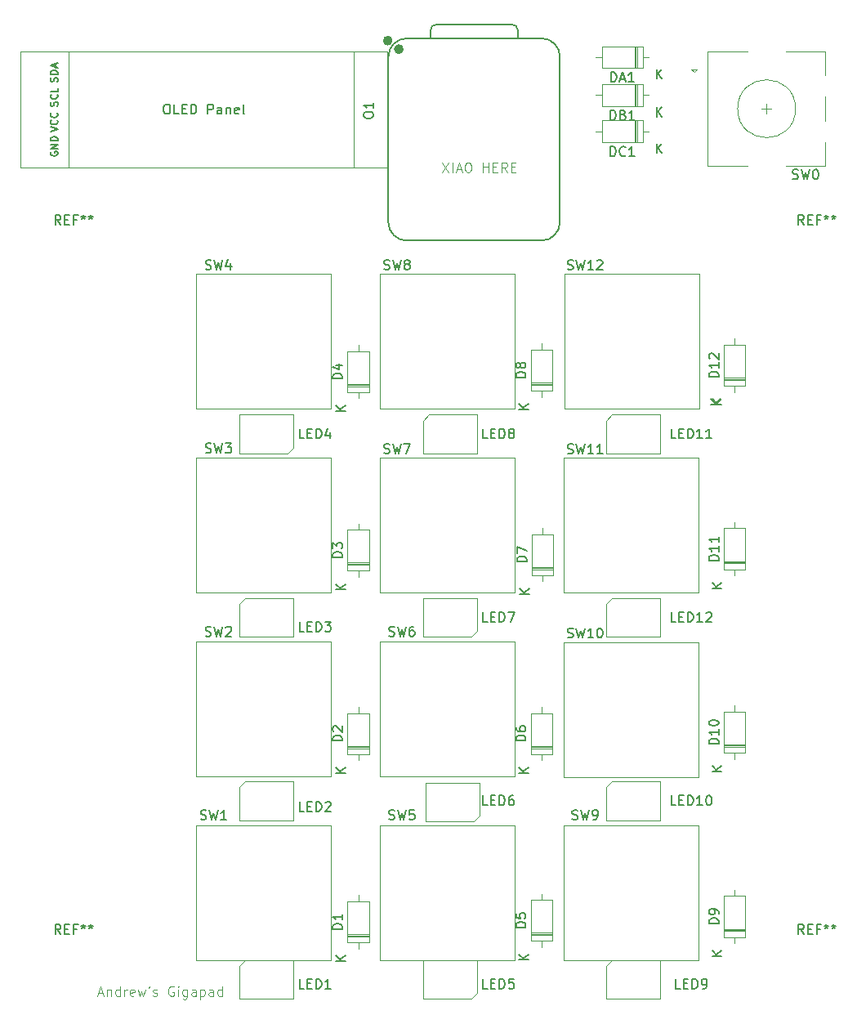
<source format=gbr>
%TF.GenerationSoftware,KiCad,Pcbnew,9.0.7*%
%TF.CreationDate,2026-02-04T22:49:18-05:00*%
%TF.ProjectId,Keypad,4b657970-6164-42e6-9b69-6361645f7063,rev?*%
%TF.SameCoordinates,Original*%
%TF.FileFunction,Legend,Top*%
%TF.FilePolarity,Positive*%
%FSLAX46Y46*%
G04 Gerber Fmt 4.6, Leading zero omitted, Abs format (unit mm)*
G04 Created by KiCad (PCBNEW 9.0.7) date 2026-02-04 22:49:18*
%MOMM*%
%LPD*%
G01*
G04 APERTURE LIST*
%ADD10C,0.100000*%
%ADD11C,0.150000*%
%ADD12C,0.120000*%
%ADD13C,0.040000*%
%ADD14C,0.127000*%
%ADD15C,0.504000*%
G04 APERTURE END LIST*
D10*
X93556265Y-156926704D02*
X94032455Y-156926704D01*
X93461027Y-157212419D02*
X93794360Y-156212419D01*
X93794360Y-156212419D02*
X94127693Y-157212419D01*
X94461027Y-156545752D02*
X94461027Y-157212419D01*
X94461027Y-156640990D02*
X94508646Y-156593371D01*
X94508646Y-156593371D02*
X94603884Y-156545752D01*
X94603884Y-156545752D02*
X94746741Y-156545752D01*
X94746741Y-156545752D02*
X94841979Y-156593371D01*
X94841979Y-156593371D02*
X94889598Y-156688609D01*
X94889598Y-156688609D02*
X94889598Y-157212419D01*
X95794360Y-157212419D02*
X95794360Y-156212419D01*
X95794360Y-157164800D02*
X95699122Y-157212419D01*
X95699122Y-157212419D02*
X95508646Y-157212419D01*
X95508646Y-157212419D02*
X95413408Y-157164800D01*
X95413408Y-157164800D02*
X95365789Y-157117180D01*
X95365789Y-157117180D02*
X95318170Y-157021942D01*
X95318170Y-157021942D02*
X95318170Y-156736228D01*
X95318170Y-156736228D02*
X95365789Y-156640990D01*
X95365789Y-156640990D02*
X95413408Y-156593371D01*
X95413408Y-156593371D02*
X95508646Y-156545752D01*
X95508646Y-156545752D02*
X95699122Y-156545752D01*
X95699122Y-156545752D02*
X95794360Y-156593371D01*
X96270551Y-157212419D02*
X96270551Y-156545752D01*
X96270551Y-156736228D02*
X96318170Y-156640990D01*
X96318170Y-156640990D02*
X96365789Y-156593371D01*
X96365789Y-156593371D02*
X96461027Y-156545752D01*
X96461027Y-156545752D02*
X96556265Y-156545752D01*
X97270551Y-157164800D02*
X97175313Y-157212419D01*
X97175313Y-157212419D02*
X96984837Y-157212419D01*
X96984837Y-157212419D02*
X96889599Y-157164800D01*
X96889599Y-157164800D02*
X96841980Y-157069561D01*
X96841980Y-157069561D02*
X96841980Y-156688609D01*
X96841980Y-156688609D02*
X96889599Y-156593371D01*
X96889599Y-156593371D02*
X96984837Y-156545752D01*
X96984837Y-156545752D02*
X97175313Y-156545752D01*
X97175313Y-156545752D02*
X97270551Y-156593371D01*
X97270551Y-156593371D02*
X97318170Y-156688609D01*
X97318170Y-156688609D02*
X97318170Y-156783847D01*
X97318170Y-156783847D02*
X96841980Y-156879085D01*
X97651504Y-156545752D02*
X97841980Y-157212419D01*
X97841980Y-157212419D02*
X98032456Y-156736228D01*
X98032456Y-156736228D02*
X98222932Y-157212419D01*
X98222932Y-157212419D02*
X98413408Y-156545752D01*
X98841980Y-156212419D02*
X98746742Y-156402895D01*
X99222932Y-157164800D02*
X99318170Y-157212419D01*
X99318170Y-157212419D02*
X99508646Y-157212419D01*
X99508646Y-157212419D02*
X99603884Y-157164800D01*
X99603884Y-157164800D02*
X99651503Y-157069561D01*
X99651503Y-157069561D02*
X99651503Y-157021942D01*
X99651503Y-157021942D02*
X99603884Y-156926704D01*
X99603884Y-156926704D02*
X99508646Y-156879085D01*
X99508646Y-156879085D02*
X99365789Y-156879085D01*
X99365789Y-156879085D02*
X99270551Y-156831466D01*
X99270551Y-156831466D02*
X99222932Y-156736228D01*
X99222932Y-156736228D02*
X99222932Y-156688609D01*
X99222932Y-156688609D02*
X99270551Y-156593371D01*
X99270551Y-156593371D02*
X99365789Y-156545752D01*
X99365789Y-156545752D02*
X99508646Y-156545752D01*
X99508646Y-156545752D02*
X99603884Y-156593371D01*
X101365789Y-156260038D02*
X101270551Y-156212419D01*
X101270551Y-156212419D02*
X101127694Y-156212419D01*
X101127694Y-156212419D02*
X100984837Y-156260038D01*
X100984837Y-156260038D02*
X100889599Y-156355276D01*
X100889599Y-156355276D02*
X100841980Y-156450514D01*
X100841980Y-156450514D02*
X100794361Y-156640990D01*
X100794361Y-156640990D02*
X100794361Y-156783847D01*
X100794361Y-156783847D02*
X100841980Y-156974323D01*
X100841980Y-156974323D02*
X100889599Y-157069561D01*
X100889599Y-157069561D02*
X100984837Y-157164800D01*
X100984837Y-157164800D02*
X101127694Y-157212419D01*
X101127694Y-157212419D02*
X101222932Y-157212419D01*
X101222932Y-157212419D02*
X101365789Y-157164800D01*
X101365789Y-157164800D02*
X101413408Y-157117180D01*
X101413408Y-157117180D02*
X101413408Y-156783847D01*
X101413408Y-156783847D02*
X101222932Y-156783847D01*
X101841980Y-157212419D02*
X101841980Y-156545752D01*
X101841980Y-156212419D02*
X101794361Y-156260038D01*
X101794361Y-156260038D02*
X101841980Y-156307657D01*
X101841980Y-156307657D02*
X101889599Y-156260038D01*
X101889599Y-156260038D02*
X101841980Y-156212419D01*
X101841980Y-156212419D02*
X101841980Y-156307657D01*
X102746741Y-156545752D02*
X102746741Y-157355276D01*
X102746741Y-157355276D02*
X102699122Y-157450514D01*
X102699122Y-157450514D02*
X102651503Y-157498133D01*
X102651503Y-157498133D02*
X102556265Y-157545752D01*
X102556265Y-157545752D02*
X102413408Y-157545752D01*
X102413408Y-157545752D02*
X102318170Y-157498133D01*
X102746741Y-157164800D02*
X102651503Y-157212419D01*
X102651503Y-157212419D02*
X102461027Y-157212419D01*
X102461027Y-157212419D02*
X102365789Y-157164800D01*
X102365789Y-157164800D02*
X102318170Y-157117180D01*
X102318170Y-157117180D02*
X102270551Y-157021942D01*
X102270551Y-157021942D02*
X102270551Y-156736228D01*
X102270551Y-156736228D02*
X102318170Y-156640990D01*
X102318170Y-156640990D02*
X102365789Y-156593371D01*
X102365789Y-156593371D02*
X102461027Y-156545752D01*
X102461027Y-156545752D02*
X102651503Y-156545752D01*
X102651503Y-156545752D02*
X102746741Y-156593371D01*
X103651503Y-157212419D02*
X103651503Y-156688609D01*
X103651503Y-156688609D02*
X103603884Y-156593371D01*
X103603884Y-156593371D02*
X103508646Y-156545752D01*
X103508646Y-156545752D02*
X103318170Y-156545752D01*
X103318170Y-156545752D02*
X103222932Y-156593371D01*
X103651503Y-157164800D02*
X103556265Y-157212419D01*
X103556265Y-157212419D02*
X103318170Y-157212419D01*
X103318170Y-157212419D02*
X103222932Y-157164800D01*
X103222932Y-157164800D02*
X103175313Y-157069561D01*
X103175313Y-157069561D02*
X103175313Y-156974323D01*
X103175313Y-156974323D02*
X103222932Y-156879085D01*
X103222932Y-156879085D02*
X103318170Y-156831466D01*
X103318170Y-156831466D02*
X103556265Y-156831466D01*
X103556265Y-156831466D02*
X103651503Y-156783847D01*
X104127694Y-156545752D02*
X104127694Y-157545752D01*
X104127694Y-156593371D02*
X104222932Y-156545752D01*
X104222932Y-156545752D02*
X104413408Y-156545752D01*
X104413408Y-156545752D02*
X104508646Y-156593371D01*
X104508646Y-156593371D02*
X104556265Y-156640990D01*
X104556265Y-156640990D02*
X104603884Y-156736228D01*
X104603884Y-156736228D02*
X104603884Y-157021942D01*
X104603884Y-157021942D02*
X104556265Y-157117180D01*
X104556265Y-157117180D02*
X104508646Y-157164800D01*
X104508646Y-157164800D02*
X104413408Y-157212419D01*
X104413408Y-157212419D02*
X104222932Y-157212419D01*
X104222932Y-157212419D02*
X104127694Y-157164800D01*
X105461027Y-157212419D02*
X105461027Y-156688609D01*
X105461027Y-156688609D02*
X105413408Y-156593371D01*
X105413408Y-156593371D02*
X105318170Y-156545752D01*
X105318170Y-156545752D02*
X105127694Y-156545752D01*
X105127694Y-156545752D02*
X105032456Y-156593371D01*
X105461027Y-157164800D02*
X105365789Y-157212419D01*
X105365789Y-157212419D02*
X105127694Y-157212419D01*
X105127694Y-157212419D02*
X105032456Y-157164800D01*
X105032456Y-157164800D02*
X104984837Y-157069561D01*
X104984837Y-157069561D02*
X104984837Y-156974323D01*
X104984837Y-156974323D02*
X105032456Y-156879085D01*
X105032456Y-156879085D02*
X105127694Y-156831466D01*
X105127694Y-156831466D02*
X105365789Y-156831466D01*
X105365789Y-156831466D02*
X105461027Y-156783847D01*
X106365789Y-157212419D02*
X106365789Y-156212419D01*
X106365789Y-157164800D02*
X106270551Y-157212419D01*
X106270551Y-157212419D02*
X106080075Y-157212419D01*
X106080075Y-157212419D02*
X105984837Y-157164800D01*
X105984837Y-157164800D02*
X105937218Y-157117180D01*
X105937218Y-157117180D02*
X105889599Y-157021942D01*
X105889599Y-157021942D02*
X105889599Y-156736228D01*
X105889599Y-156736228D02*
X105937218Y-156640990D01*
X105937218Y-156640990D02*
X105984837Y-156593371D01*
X105984837Y-156593371D02*
X106080075Y-156545752D01*
X106080075Y-156545752D02*
X106270551Y-156545752D01*
X106270551Y-156545752D02*
X106365789Y-156593371D01*
X129208646Y-70872419D02*
X129875312Y-71872419D01*
X129875312Y-70872419D02*
X129208646Y-71872419D01*
X130256265Y-71872419D02*
X130256265Y-70872419D01*
X130684836Y-71586704D02*
X131161026Y-71586704D01*
X130589598Y-71872419D02*
X130922931Y-70872419D01*
X130922931Y-70872419D02*
X131256264Y-71872419D01*
X131780074Y-70872419D02*
X131970550Y-70872419D01*
X131970550Y-70872419D02*
X132065788Y-70920038D01*
X132065788Y-70920038D02*
X132161026Y-71015276D01*
X132161026Y-71015276D02*
X132208645Y-71205752D01*
X132208645Y-71205752D02*
X132208645Y-71539085D01*
X132208645Y-71539085D02*
X132161026Y-71729561D01*
X132161026Y-71729561D02*
X132065788Y-71824800D01*
X132065788Y-71824800D02*
X131970550Y-71872419D01*
X131970550Y-71872419D02*
X131780074Y-71872419D01*
X131780074Y-71872419D02*
X131684836Y-71824800D01*
X131684836Y-71824800D02*
X131589598Y-71729561D01*
X131589598Y-71729561D02*
X131541979Y-71539085D01*
X131541979Y-71539085D02*
X131541979Y-71205752D01*
X131541979Y-71205752D02*
X131589598Y-71015276D01*
X131589598Y-71015276D02*
X131684836Y-70920038D01*
X131684836Y-70920038D02*
X131780074Y-70872419D01*
X133399122Y-71872419D02*
X133399122Y-70872419D01*
X133399122Y-71348609D02*
X133970550Y-71348609D01*
X133970550Y-71872419D02*
X133970550Y-70872419D01*
X134446741Y-71348609D02*
X134780074Y-71348609D01*
X134922931Y-71872419D02*
X134446741Y-71872419D01*
X134446741Y-71872419D02*
X134446741Y-70872419D01*
X134446741Y-70872419D02*
X134922931Y-70872419D01*
X135922931Y-71872419D02*
X135589598Y-71396228D01*
X135351503Y-71872419D02*
X135351503Y-70872419D01*
X135351503Y-70872419D02*
X135732455Y-70872419D01*
X135732455Y-70872419D02*
X135827693Y-70920038D01*
X135827693Y-70920038D02*
X135875312Y-70967657D01*
X135875312Y-70967657D02*
X135922931Y-71062895D01*
X135922931Y-71062895D02*
X135922931Y-71205752D01*
X135922931Y-71205752D02*
X135875312Y-71300990D01*
X135875312Y-71300990D02*
X135827693Y-71348609D01*
X135827693Y-71348609D02*
X135732455Y-71396228D01*
X135732455Y-71396228D02*
X135351503Y-71396228D01*
X136351503Y-71348609D02*
X136684836Y-71348609D01*
X136827693Y-71872419D02*
X136351503Y-71872419D01*
X136351503Y-71872419D02*
X136351503Y-70872419D01*
X136351503Y-70872419D02*
X136827693Y-70872419D01*
D11*
X158054819Y-95961904D02*
X157054819Y-95961904D01*
X158054819Y-95390476D02*
X157483390Y-95819047D01*
X157054819Y-95390476D02*
X157626247Y-95961904D01*
X89666666Y-77304819D02*
X89333333Y-76828628D01*
X89095238Y-77304819D02*
X89095238Y-76304819D01*
X89095238Y-76304819D02*
X89476190Y-76304819D01*
X89476190Y-76304819D02*
X89571428Y-76352438D01*
X89571428Y-76352438D02*
X89619047Y-76400057D01*
X89619047Y-76400057D02*
X89666666Y-76495295D01*
X89666666Y-76495295D02*
X89666666Y-76638152D01*
X89666666Y-76638152D02*
X89619047Y-76733390D01*
X89619047Y-76733390D02*
X89571428Y-76781009D01*
X89571428Y-76781009D02*
X89476190Y-76828628D01*
X89476190Y-76828628D02*
X89095238Y-76828628D01*
X90095238Y-76781009D02*
X90428571Y-76781009D01*
X90571428Y-77304819D02*
X90095238Y-77304819D01*
X90095238Y-77304819D02*
X90095238Y-76304819D01*
X90095238Y-76304819D02*
X90571428Y-76304819D01*
X91333333Y-76781009D02*
X91000000Y-76781009D01*
X91000000Y-77304819D02*
X91000000Y-76304819D01*
X91000000Y-76304819D02*
X91476190Y-76304819D01*
X92000000Y-76304819D02*
X92000000Y-76542914D01*
X91761905Y-76447676D02*
X92000000Y-76542914D01*
X92000000Y-76542914D02*
X92238095Y-76447676D01*
X91857143Y-76733390D02*
X92000000Y-76542914D01*
X92000000Y-76542914D02*
X92142857Y-76733390D01*
X92761905Y-76304819D02*
X92761905Y-76542914D01*
X92523810Y-76447676D02*
X92761905Y-76542914D01*
X92761905Y-76542914D02*
X93000000Y-76447676D01*
X92619048Y-76733390D02*
X92761905Y-76542914D01*
X92761905Y-76542914D02*
X92904762Y-76733390D01*
X166666666Y-77304819D02*
X166333333Y-76828628D01*
X166095238Y-77304819D02*
X166095238Y-76304819D01*
X166095238Y-76304819D02*
X166476190Y-76304819D01*
X166476190Y-76304819D02*
X166571428Y-76352438D01*
X166571428Y-76352438D02*
X166619047Y-76400057D01*
X166619047Y-76400057D02*
X166666666Y-76495295D01*
X166666666Y-76495295D02*
X166666666Y-76638152D01*
X166666666Y-76638152D02*
X166619047Y-76733390D01*
X166619047Y-76733390D02*
X166571428Y-76781009D01*
X166571428Y-76781009D02*
X166476190Y-76828628D01*
X166476190Y-76828628D02*
X166095238Y-76828628D01*
X167095238Y-76781009D02*
X167428571Y-76781009D01*
X167571428Y-77304819D02*
X167095238Y-77304819D01*
X167095238Y-77304819D02*
X167095238Y-76304819D01*
X167095238Y-76304819D02*
X167571428Y-76304819D01*
X168333333Y-76781009D02*
X168000000Y-76781009D01*
X168000000Y-77304819D02*
X168000000Y-76304819D01*
X168000000Y-76304819D02*
X168476190Y-76304819D01*
X169000000Y-76304819D02*
X169000000Y-76542914D01*
X168761905Y-76447676D02*
X169000000Y-76542914D01*
X169000000Y-76542914D02*
X169238095Y-76447676D01*
X168857143Y-76733390D02*
X169000000Y-76542914D01*
X169000000Y-76542914D02*
X169142857Y-76733390D01*
X169761905Y-76304819D02*
X169761905Y-76542914D01*
X169523810Y-76447676D02*
X169761905Y-76542914D01*
X169761905Y-76542914D02*
X170000000Y-76447676D01*
X169619048Y-76733390D02*
X169761905Y-76542914D01*
X169761905Y-76542914D02*
X169904762Y-76733390D01*
X89666666Y-150804819D02*
X89333333Y-150328628D01*
X89095238Y-150804819D02*
X89095238Y-149804819D01*
X89095238Y-149804819D02*
X89476190Y-149804819D01*
X89476190Y-149804819D02*
X89571428Y-149852438D01*
X89571428Y-149852438D02*
X89619047Y-149900057D01*
X89619047Y-149900057D02*
X89666666Y-149995295D01*
X89666666Y-149995295D02*
X89666666Y-150138152D01*
X89666666Y-150138152D02*
X89619047Y-150233390D01*
X89619047Y-150233390D02*
X89571428Y-150281009D01*
X89571428Y-150281009D02*
X89476190Y-150328628D01*
X89476190Y-150328628D02*
X89095238Y-150328628D01*
X90095238Y-150281009D02*
X90428571Y-150281009D01*
X90571428Y-150804819D02*
X90095238Y-150804819D01*
X90095238Y-150804819D02*
X90095238Y-149804819D01*
X90095238Y-149804819D02*
X90571428Y-149804819D01*
X91333333Y-150281009D02*
X91000000Y-150281009D01*
X91000000Y-150804819D02*
X91000000Y-149804819D01*
X91000000Y-149804819D02*
X91476190Y-149804819D01*
X92000000Y-149804819D02*
X92000000Y-150042914D01*
X91761905Y-149947676D02*
X92000000Y-150042914D01*
X92000000Y-150042914D02*
X92238095Y-149947676D01*
X91857143Y-150233390D02*
X92000000Y-150042914D01*
X92000000Y-150042914D02*
X92142857Y-150233390D01*
X92761905Y-149804819D02*
X92761905Y-150042914D01*
X92523810Y-149947676D02*
X92761905Y-150042914D01*
X92761905Y-150042914D02*
X93000000Y-149947676D01*
X92619048Y-150233390D02*
X92761905Y-150042914D01*
X92761905Y-150042914D02*
X92904762Y-150233390D01*
X137834819Y-130778094D02*
X136834819Y-130778094D01*
X136834819Y-130778094D02*
X136834819Y-130539999D01*
X136834819Y-130539999D02*
X136882438Y-130397142D01*
X136882438Y-130397142D02*
X136977676Y-130301904D01*
X136977676Y-130301904D02*
X137072914Y-130254285D01*
X137072914Y-130254285D02*
X137263390Y-130206666D01*
X137263390Y-130206666D02*
X137406247Y-130206666D01*
X137406247Y-130206666D02*
X137596723Y-130254285D01*
X137596723Y-130254285D02*
X137691961Y-130301904D01*
X137691961Y-130301904D02*
X137787200Y-130397142D01*
X137787200Y-130397142D02*
X137834819Y-130539999D01*
X137834819Y-130539999D02*
X137834819Y-130778094D01*
X136834819Y-129349523D02*
X136834819Y-129539999D01*
X136834819Y-129539999D02*
X136882438Y-129635237D01*
X136882438Y-129635237D02*
X136930057Y-129682856D01*
X136930057Y-129682856D02*
X137072914Y-129778094D01*
X137072914Y-129778094D02*
X137263390Y-129825713D01*
X137263390Y-129825713D02*
X137644342Y-129825713D01*
X137644342Y-129825713D02*
X137739580Y-129778094D01*
X137739580Y-129778094D02*
X137787200Y-129730475D01*
X137787200Y-129730475D02*
X137834819Y-129635237D01*
X137834819Y-129635237D02*
X137834819Y-129444761D01*
X137834819Y-129444761D02*
X137787200Y-129349523D01*
X137787200Y-129349523D02*
X137739580Y-129301904D01*
X137739580Y-129301904D02*
X137644342Y-129254285D01*
X137644342Y-129254285D02*
X137406247Y-129254285D01*
X137406247Y-129254285D02*
X137311009Y-129301904D01*
X137311009Y-129301904D02*
X137263390Y-129349523D01*
X137263390Y-129349523D02*
X137215771Y-129444761D01*
X137215771Y-129444761D02*
X137215771Y-129635237D01*
X137215771Y-129635237D02*
X137263390Y-129730475D01*
X137263390Y-129730475D02*
X137311009Y-129778094D01*
X137311009Y-129778094D02*
X137406247Y-129825713D01*
X138154819Y-134111904D02*
X137154819Y-134111904D01*
X138154819Y-133540476D02*
X137583390Y-133969047D01*
X137154819Y-133540476D02*
X137726247Y-134111904D01*
X123166667Y-81923200D02*
X123309524Y-81970819D01*
X123309524Y-81970819D02*
X123547619Y-81970819D01*
X123547619Y-81970819D02*
X123642857Y-81923200D01*
X123642857Y-81923200D02*
X123690476Y-81875580D01*
X123690476Y-81875580D02*
X123738095Y-81780342D01*
X123738095Y-81780342D02*
X123738095Y-81685104D01*
X123738095Y-81685104D02*
X123690476Y-81589866D01*
X123690476Y-81589866D02*
X123642857Y-81542247D01*
X123642857Y-81542247D02*
X123547619Y-81494628D01*
X123547619Y-81494628D02*
X123357143Y-81447009D01*
X123357143Y-81447009D02*
X123261905Y-81399390D01*
X123261905Y-81399390D02*
X123214286Y-81351771D01*
X123214286Y-81351771D02*
X123166667Y-81256533D01*
X123166667Y-81256533D02*
X123166667Y-81161295D01*
X123166667Y-81161295D02*
X123214286Y-81066057D01*
X123214286Y-81066057D02*
X123261905Y-81018438D01*
X123261905Y-81018438D02*
X123357143Y-80970819D01*
X123357143Y-80970819D02*
X123595238Y-80970819D01*
X123595238Y-80970819D02*
X123738095Y-81018438D01*
X124071429Y-80970819D02*
X124309524Y-81970819D01*
X124309524Y-81970819D02*
X124500000Y-81256533D01*
X124500000Y-81256533D02*
X124690476Y-81970819D01*
X124690476Y-81970819D02*
X124928572Y-80970819D01*
X125452381Y-81399390D02*
X125357143Y-81351771D01*
X125357143Y-81351771D02*
X125309524Y-81304152D01*
X125309524Y-81304152D02*
X125261905Y-81208914D01*
X125261905Y-81208914D02*
X125261905Y-81161295D01*
X125261905Y-81161295D02*
X125309524Y-81066057D01*
X125309524Y-81066057D02*
X125357143Y-81018438D01*
X125357143Y-81018438D02*
X125452381Y-80970819D01*
X125452381Y-80970819D02*
X125642857Y-80970819D01*
X125642857Y-80970819D02*
X125738095Y-81018438D01*
X125738095Y-81018438D02*
X125785714Y-81066057D01*
X125785714Y-81066057D02*
X125833333Y-81161295D01*
X125833333Y-81161295D02*
X125833333Y-81208914D01*
X125833333Y-81208914D02*
X125785714Y-81304152D01*
X125785714Y-81304152D02*
X125738095Y-81351771D01*
X125738095Y-81351771D02*
X125642857Y-81399390D01*
X125642857Y-81399390D02*
X125452381Y-81399390D01*
X125452381Y-81399390D02*
X125357143Y-81447009D01*
X125357143Y-81447009D02*
X125309524Y-81494628D01*
X125309524Y-81494628D02*
X125261905Y-81589866D01*
X125261905Y-81589866D02*
X125261905Y-81780342D01*
X125261905Y-81780342D02*
X125309524Y-81875580D01*
X125309524Y-81875580D02*
X125357143Y-81923200D01*
X125357143Y-81923200D02*
X125452381Y-81970819D01*
X125452381Y-81970819D02*
X125642857Y-81970819D01*
X125642857Y-81970819D02*
X125738095Y-81923200D01*
X125738095Y-81923200D02*
X125785714Y-81875580D01*
X125785714Y-81875580D02*
X125833333Y-81780342D01*
X125833333Y-81780342D02*
X125833333Y-81589866D01*
X125833333Y-81589866D02*
X125785714Y-81494628D01*
X125785714Y-81494628D02*
X125738095Y-81447009D01*
X125738095Y-81447009D02*
X125642857Y-81399390D01*
X157834819Y-131104285D02*
X156834819Y-131104285D01*
X156834819Y-131104285D02*
X156834819Y-130866190D01*
X156834819Y-130866190D02*
X156882438Y-130723333D01*
X156882438Y-130723333D02*
X156977676Y-130628095D01*
X156977676Y-130628095D02*
X157072914Y-130580476D01*
X157072914Y-130580476D02*
X157263390Y-130532857D01*
X157263390Y-130532857D02*
X157406247Y-130532857D01*
X157406247Y-130532857D02*
X157596723Y-130580476D01*
X157596723Y-130580476D02*
X157691961Y-130628095D01*
X157691961Y-130628095D02*
X157787200Y-130723333D01*
X157787200Y-130723333D02*
X157834819Y-130866190D01*
X157834819Y-130866190D02*
X157834819Y-131104285D01*
X157834819Y-129580476D02*
X157834819Y-130151904D01*
X157834819Y-129866190D02*
X156834819Y-129866190D01*
X156834819Y-129866190D02*
X156977676Y-129961428D01*
X156977676Y-129961428D02*
X157072914Y-130056666D01*
X157072914Y-130056666D02*
X157120533Y-130151904D01*
X156834819Y-128961428D02*
X156834819Y-128866190D01*
X156834819Y-128866190D02*
X156882438Y-128770952D01*
X156882438Y-128770952D02*
X156930057Y-128723333D01*
X156930057Y-128723333D02*
X157025295Y-128675714D01*
X157025295Y-128675714D02*
X157215771Y-128628095D01*
X157215771Y-128628095D02*
X157453866Y-128628095D01*
X157453866Y-128628095D02*
X157644342Y-128675714D01*
X157644342Y-128675714D02*
X157739580Y-128723333D01*
X157739580Y-128723333D02*
X157787200Y-128770952D01*
X157787200Y-128770952D02*
X157834819Y-128866190D01*
X157834819Y-128866190D02*
X157834819Y-128961428D01*
X157834819Y-128961428D02*
X157787200Y-129056666D01*
X157787200Y-129056666D02*
X157739580Y-129104285D01*
X157739580Y-129104285D02*
X157644342Y-129151904D01*
X157644342Y-129151904D02*
X157453866Y-129199523D01*
X157453866Y-129199523D02*
X157215771Y-129199523D01*
X157215771Y-129199523D02*
X157025295Y-129151904D01*
X157025295Y-129151904D02*
X156930057Y-129104285D01*
X156930057Y-129104285D02*
X156882438Y-129056666D01*
X156882438Y-129056666D02*
X156834819Y-128961428D01*
X158154819Y-133961904D02*
X157154819Y-133961904D01*
X158154819Y-133390476D02*
X157583390Y-133819047D01*
X157154819Y-133390476D02*
X157726247Y-133961904D01*
X114880952Y-138104819D02*
X114404762Y-138104819D01*
X114404762Y-138104819D02*
X114404762Y-137104819D01*
X115214286Y-137581009D02*
X115547619Y-137581009D01*
X115690476Y-138104819D02*
X115214286Y-138104819D01*
X115214286Y-138104819D02*
X115214286Y-137104819D01*
X115214286Y-137104819D02*
X115690476Y-137104819D01*
X116119048Y-138104819D02*
X116119048Y-137104819D01*
X116119048Y-137104819D02*
X116357143Y-137104819D01*
X116357143Y-137104819D02*
X116500000Y-137152438D01*
X116500000Y-137152438D02*
X116595238Y-137247676D01*
X116595238Y-137247676D02*
X116642857Y-137342914D01*
X116642857Y-137342914D02*
X116690476Y-137533390D01*
X116690476Y-137533390D02*
X116690476Y-137676247D01*
X116690476Y-137676247D02*
X116642857Y-137866723D01*
X116642857Y-137866723D02*
X116595238Y-137961961D01*
X116595238Y-137961961D02*
X116500000Y-138057200D01*
X116500000Y-138057200D02*
X116357143Y-138104819D01*
X116357143Y-138104819D02*
X116119048Y-138104819D01*
X117071429Y-137200057D02*
X117119048Y-137152438D01*
X117119048Y-137152438D02*
X117214286Y-137104819D01*
X117214286Y-137104819D02*
X117452381Y-137104819D01*
X117452381Y-137104819D02*
X117547619Y-137152438D01*
X117547619Y-137152438D02*
X117595238Y-137200057D01*
X117595238Y-137200057D02*
X117642857Y-137295295D01*
X117642857Y-137295295D02*
X117642857Y-137390533D01*
X117642857Y-137390533D02*
X117595238Y-137533390D01*
X117595238Y-137533390D02*
X117023810Y-138104819D01*
X117023810Y-138104819D02*
X117642857Y-138104819D01*
X153880952Y-156454819D02*
X153404762Y-156454819D01*
X153404762Y-156454819D02*
X153404762Y-155454819D01*
X154214286Y-155931009D02*
X154547619Y-155931009D01*
X154690476Y-156454819D02*
X154214286Y-156454819D01*
X154214286Y-156454819D02*
X154214286Y-155454819D01*
X154214286Y-155454819D02*
X154690476Y-155454819D01*
X155119048Y-156454819D02*
X155119048Y-155454819D01*
X155119048Y-155454819D02*
X155357143Y-155454819D01*
X155357143Y-155454819D02*
X155500000Y-155502438D01*
X155500000Y-155502438D02*
X155595238Y-155597676D01*
X155595238Y-155597676D02*
X155642857Y-155692914D01*
X155642857Y-155692914D02*
X155690476Y-155883390D01*
X155690476Y-155883390D02*
X155690476Y-156026247D01*
X155690476Y-156026247D02*
X155642857Y-156216723D01*
X155642857Y-156216723D02*
X155595238Y-156311961D01*
X155595238Y-156311961D02*
X155500000Y-156407200D01*
X155500000Y-156407200D02*
X155357143Y-156454819D01*
X155357143Y-156454819D02*
X155119048Y-156454819D01*
X156166667Y-156454819D02*
X156357143Y-156454819D01*
X156357143Y-156454819D02*
X156452381Y-156407200D01*
X156452381Y-156407200D02*
X156500000Y-156359580D01*
X156500000Y-156359580D02*
X156595238Y-156216723D01*
X156595238Y-156216723D02*
X156642857Y-156026247D01*
X156642857Y-156026247D02*
X156642857Y-155645295D01*
X156642857Y-155645295D02*
X156595238Y-155550057D01*
X156595238Y-155550057D02*
X156547619Y-155502438D01*
X156547619Y-155502438D02*
X156452381Y-155454819D01*
X156452381Y-155454819D02*
X156261905Y-155454819D01*
X156261905Y-155454819D02*
X156166667Y-155502438D01*
X156166667Y-155502438D02*
X156119048Y-155550057D01*
X156119048Y-155550057D02*
X156071429Y-155645295D01*
X156071429Y-155645295D02*
X156071429Y-155883390D01*
X156071429Y-155883390D02*
X156119048Y-155978628D01*
X156119048Y-155978628D02*
X156166667Y-156026247D01*
X156166667Y-156026247D02*
X156261905Y-156073866D01*
X156261905Y-156073866D02*
X156452381Y-156073866D01*
X156452381Y-156073866D02*
X156547619Y-156026247D01*
X156547619Y-156026247D02*
X156595238Y-155978628D01*
X156595238Y-155978628D02*
X156642857Y-155883390D01*
X165506667Y-72537200D02*
X165649524Y-72584819D01*
X165649524Y-72584819D02*
X165887619Y-72584819D01*
X165887619Y-72584819D02*
X165982857Y-72537200D01*
X165982857Y-72537200D02*
X166030476Y-72489580D01*
X166030476Y-72489580D02*
X166078095Y-72394342D01*
X166078095Y-72394342D02*
X166078095Y-72299104D01*
X166078095Y-72299104D02*
X166030476Y-72203866D01*
X166030476Y-72203866D02*
X165982857Y-72156247D01*
X165982857Y-72156247D02*
X165887619Y-72108628D01*
X165887619Y-72108628D02*
X165697143Y-72061009D01*
X165697143Y-72061009D02*
X165601905Y-72013390D01*
X165601905Y-72013390D02*
X165554286Y-71965771D01*
X165554286Y-71965771D02*
X165506667Y-71870533D01*
X165506667Y-71870533D02*
X165506667Y-71775295D01*
X165506667Y-71775295D02*
X165554286Y-71680057D01*
X165554286Y-71680057D02*
X165601905Y-71632438D01*
X165601905Y-71632438D02*
X165697143Y-71584819D01*
X165697143Y-71584819D02*
X165935238Y-71584819D01*
X165935238Y-71584819D02*
X166078095Y-71632438D01*
X166411429Y-71584819D02*
X166649524Y-72584819D01*
X166649524Y-72584819D02*
X166840000Y-71870533D01*
X166840000Y-71870533D02*
X167030476Y-72584819D01*
X167030476Y-72584819D02*
X167268572Y-71584819D01*
X167840000Y-71584819D02*
X167935238Y-71584819D01*
X167935238Y-71584819D02*
X168030476Y-71632438D01*
X168030476Y-71632438D02*
X168078095Y-71680057D01*
X168078095Y-71680057D02*
X168125714Y-71775295D01*
X168125714Y-71775295D02*
X168173333Y-71965771D01*
X168173333Y-71965771D02*
X168173333Y-72203866D01*
X168173333Y-72203866D02*
X168125714Y-72394342D01*
X168125714Y-72394342D02*
X168078095Y-72489580D01*
X168078095Y-72489580D02*
X168030476Y-72537200D01*
X168030476Y-72537200D02*
X167935238Y-72584819D01*
X167935238Y-72584819D02*
X167840000Y-72584819D01*
X167840000Y-72584819D02*
X167744762Y-72537200D01*
X167744762Y-72537200D02*
X167697143Y-72489580D01*
X167697143Y-72489580D02*
X167649524Y-72394342D01*
X167649524Y-72394342D02*
X167601905Y-72203866D01*
X167601905Y-72203866D02*
X167601905Y-71965771D01*
X167601905Y-71965771D02*
X167649524Y-71775295D01*
X167649524Y-71775295D02*
X167697143Y-71680057D01*
X167697143Y-71680057D02*
X167744762Y-71632438D01*
X167744762Y-71632438D02*
X167840000Y-71584819D01*
X146611905Y-70214819D02*
X146611905Y-69214819D01*
X146611905Y-69214819D02*
X146850000Y-69214819D01*
X146850000Y-69214819D02*
X146992857Y-69262438D01*
X146992857Y-69262438D02*
X147088095Y-69357676D01*
X147088095Y-69357676D02*
X147135714Y-69452914D01*
X147135714Y-69452914D02*
X147183333Y-69643390D01*
X147183333Y-69643390D02*
X147183333Y-69786247D01*
X147183333Y-69786247D02*
X147135714Y-69976723D01*
X147135714Y-69976723D02*
X147088095Y-70071961D01*
X147088095Y-70071961D02*
X146992857Y-70167200D01*
X146992857Y-70167200D02*
X146850000Y-70214819D01*
X146850000Y-70214819D02*
X146611905Y-70214819D01*
X148183333Y-70119580D02*
X148135714Y-70167200D01*
X148135714Y-70167200D02*
X147992857Y-70214819D01*
X147992857Y-70214819D02*
X147897619Y-70214819D01*
X147897619Y-70214819D02*
X147754762Y-70167200D01*
X147754762Y-70167200D02*
X147659524Y-70071961D01*
X147659524Y-70071961D02*
X147611905Y-69976723D01*
X147611905Y-69976723D02*
X147564286Y-69786247D01*
X147564286Y-69786247D02*
X147564286Y-69643390D01*
X147564286Y-69643390D02*
X147611905Y-69452914D01*
X147611905Y-69452914D02*
X147659524Y-69357676D01*
X147659524Y-69357676D02*
X147754762Y-69262438D01*
X147754762Y-69262438D02*
X147897619Y-69214819D01*
X147897619Y-69214819D02*
X147992857Y-69214819D01*
X147992857Y-69214819D02*
X148135714Y-69262438D01*
X148135714Y-69262438D02*
X148183333Y-69310057D01*
X149135714Y-70214819D02*
X148564286Y-70214819D01*
X148850000Y-70214819D02*
X148850000Y-69214819D01*
X148850000Y-69214819D02*
X148754762Y-69357676D01*
X148754762Y-69357676D02*
X148659524Y-69452914D01*
X148659524Y-69452914D02*
X148564286Y-69500533D01*
X151398095Y-69894819D02*
X151398095Y-68894819D01*
X151969523Y-69894819D02*
X151540952Y-69323390D01*
X151969523Y-68894819D02*
X151398095Y-69466247D01*
X157834819Y-112104285D02*
X156834819Y-112104285D01*
X156834819Y-112104285D02*
X156834819Y-111866190D01*
X156834819Y-111866190D02*
X156882438Y-111723333D01*
X156882438Y-111723333D02*
X156977676Y-111628095D01*
X156977676Y-111628095D02*
X157072914Y-111580476D01*
X157072914Y-111580476D02*
X157263390Y-111532857D01*
X157263390Y-111532857D02*
X157406247Y-111532857D01*
X157406247Y-111532857D02*
X157596723Y-111580476D01*
X157596723Y-111580476D02*
X157691961Y-111628095D01*
X157691961Y-111628095D02*
X157787200Y-111723333D01*
X157787200Y-111723333D02*
X157834819Y-111866190D01*
X157834819Y-111866190D02*
X157834819Y-112104285D01*
X157834819Y-110580476D02*
X157834819Y-111151904D01*
X157834819Y-110866190D02*
X156834819Y-110866190D01*
X156834819Y-110866190D02*
X156977676Y-110961428D01*
X156977676Y-110961428D02*
X157072914Y-111056666D01*
X157072914Y-111056666D02*
X157120533Y-111151904D01*
X157834819Y-109628095D02*
X157834819Y-110199523D01*
X157834819Y-109913809D02*
X156834819Y-109913809D01*
X156834819Y-109913809D02*
X156977676Y-110009047D01*
X156977676Y-110009047D02*
X157072914Y-110104285D01*
X157072914Y-110104285D02*
X157120533Y-110199523D01*
X158154819Y-114961904D02*
X157154819Y-114961904D01*
X158154819Y-114390476D02*
X157583390Y-114819047D01*
X157154819Y-114390476D02*
X157726247Y-114961904D01*
X146611905Y-66454819D02*
X146611905Y-65454819D01*
X146611905Y-65454819D02*
X146850000Y-65454819D01*
X146850000Y-65454819D02*
X146992857Y-65502438D01*
X146992857Y-65502438D02*
X147088095Y-65597676D01*
X147088095Y-65597676D02*
X147135714Y-65692914D01*
X147135714Y-65692914D02*
X147183333Y-65883390D01*
X147183333Y-65883390D02*
X147183333Y-66026247D01*
X147183333Y-66026247D02*
X147135714Y-66216723D01*
X147135714Y-66216723D02*
X147088095Y-66311961D01*
X147088095Y-66311961D02*
X146992857Y-66407200D01*
X146992857Y-66407200D02*
X146850000Y-66454819D01*
X146850000Y-66454819D02*
X146611905Y-66454819D01*
X147945238Y-65931009D02*
X148088095Y-65978628D01*
X148088095Y-65978628D02*
X148135714Y-66026247D01*
X148135714Y-66026247D02*
X148183333Y-66121485D01*
X148183333Y-66121485D02*
X148183333Y-66264342D01*
X148183333Y-66264342D02*
X148135714Y-66359580D01*
X148135714Y-66359580D02*
X148088095Y-66407200D01*
X148088095Y-66407200D02*
X147992857Y-66454819D01*
X147992857Y-66454819D02*
X147611905Y-66454819D01*
X147611905Y-66454819D02*
X147611905Y-65454819D01*
X147611905Y-65454819D02*
X147945238Y-65454819D01*
X147945238Y-65454819D02*
X148040476Y-65502438D01*
X148040476Y-65502438D02*
X148088095Y-65550057D01*
X148088095Y-65550057D02*
X148135714Y-65645295D01*
X148135714Y-65645295D02*
X148135714Y-65740533D01*
X148135714Y-65740533D02*
X148088095Y-65835771D01*
X148088095Y-65835771D02*
X148040476Y-65883390D01*
X148040476Y-65883390D02*
X147945238Y-65931009D01*
X147945238Y-65931009D02*
X147611905Y-65931009D01*
X149135714Y-66454819D02*
X148564286Y-66454819D01*
X148850000Y-66454819D02*
X148850000Y-65454819D01*
X148850000Y-65454819D02*
X148754762Y-65597676D01*
X148754762Y-65597676D02*
X148659524Y-65692914D01*
X148659524Y-65692914D02*
X148564286Y-65740533D01*
X151398095Y-66134819D02*
X151398095Y-65134819D01*
X151969523Y-66134819D02*
X151540952Y-65563390D01*
X151969523Y-65134819D02*
X151398095Y-65706247D01*
X133880952Y-99454819D02*
X133404762Y-99454819D01*
X133404762Y-99454819D02*
X133404762Y-98454819D01*
X134214286Y-98931009D02*
X134547619Y-98931009D01*
X134690476Y-99454819D02*
X134214286Y-99454819D01*
X134214286Y-99454819D02*
X134214286Y-98454819D01*
X134214286Y-98454819D02*
X134690476Y-98454819D01*
X135119048Y-99454819D02*
X135119048Y-98454819D01*
X135119048Y-98454819D02*
X135357143Y-98454819D01*
X135357143Y-98454819D02*
X135500000Y-98502438D01*
X135500000Y-98502438D02*
X135595238Y-98597676D01*
X135595238Y-98597676D02*
X135642857Y-98692914D01*
X135642857Y-98692914D02*
X135690476Y-98883390D01*
X135690476Y-98883390D02*
X135690476Y-99026247D01*
X135690476Y-99026247D02*
X135642857Y-99216723D01*
X135642857Y-99216723D02*
X135595238Y-99311961D01*
X135595238Y-99311961D02*
X135500000Y-99407200D01*
X135500000Y-99407200D02*
X135357143Y-99454819D01*
X135357143Y-99454819D02*
X135119048Y-99454819D01*
X136261905Y-98883390D02*
X136166667Y-98835771D01*
X136166667Y-98835771D02*
X136119048Y-98788152D01*
X136119048Y-98788152D02*
X136071429Y-98692914D01*
X136071429Y-98692914D02*
X136071429Y-98645295D01*
X136071429Y-98645295D02*
X136119048Y-98550057D01*
X136119048Y-98550057D02*
X136166667Y-98502438D01*
X136166667Y-98502438D02*
X136261905Y-98454819D01*
X136261905Y-98454819D02*
X136452381Y-98454819D01*
X136452381Y-98454819D02*
X136547619Y-98502438D01*
X136547619Y-98502438D02*
X136595238Y-98550057D01*
X136595238Y-98550057D02*
X136642857Y-98645295D01*
X136642857Y-98645295D02*
X136642857Y-98692914D01*
X136642857Y-98692914D02*
X136595238Y-98788152D01*
X136595238Y-98788152D02*
X136547619Y-98835771D01*
X136547619Y-98835771D02*
X136452381Y-98883390D01*
X136452381Y-98883390D02*
X136261905Y-98883390D01*
X136261905Y-98883390D02*
X136166667Y-98931009D01*
X136166667Y-98931009D02*
X136119048Y-98978628D01*
X136119048Y-98978628D02*
X136071429Y-99073866D01*
X136071429Y-99073866D02*
X136071429Y-99264342D01*
X136071429Y-99264342D02*
X136119048Y-99359580D01*
X136119048Y-99359580D02*
X136166667Y-99407200D01*
X136166667Y-99407200D02*
X136261905Y-99454819D01*
X136261905Y-99454819D02*
X136452381Y-99454819D01*
X136452381Y-99454819D02*
X136547619Y-99407200D01*
X136547619Y-99407200D02*
X136595238Y-99359580D01*
X136595238Y-99359580D02*
X136642857Y-99264342D01*
X136642857Y-99264342D02*
X136642857Y-99073866D01*
X136642857Y-99073866D02*
X136595238Y-98978628D01*
X136595238Y-98978628D02*
X136547619Y-98931009D01*
X136547619Y-98931009D02*
X136452381Y-98883390D01*
X157834819Y-149728094D02*
X156834819Y-149728094D01*
X156834819Y-149728094D02*
X156834819Y-149489999D01*
X156834819Y-149489999D02*
X156882438Y-149347142D01*
X156882438Y-149347142D02*
X156977676Y-149251904D01*
X156977676Y-149251904D02*
X157072914Y-149204285D01*
X157072914Y-149204285D02*
X157263390Y-149156666D01*
X157263390Y-149156666D02*
X157406247Y-149156666D01*
X157406247Y-149156666D02*
X157596723Y-149204285D01*
X157596723Y-149204285D02*
X157691961Y-149251904D01*
X157691961Y-149251904D02*
X157787200Y-149347142D01*
X157787200Y-149347142D02*
X157834819Y-149489999D01*
X157834819Y-149489999D02*
X157834819Y-149728094D01*
X157834819Y-148680475D02*
X157834819Y-148489999D01*
X157834819Y-148489999D02*
X157787200Y-148394761D01*
X157787200Y-148394761D02*
X157739580Y-148347142D01*
X157739580Y-148347142D02*
X157596723Y-148251904D01*
X157596723Y-148251904D02*
X157406247Y-148204285D01*
X157406247Y-148204285D02*
X157025295Y-148204285D01*
X157025295Y-148204285D02*
X156930057Y-148251904D01*
X156930057Y-148251904D02*
X156882438Y-148299523D01*
X156882438Y-148299523D02*
X156834819Y-148394761D01*
X156834819Y-148394761D02*
X156834819Y-148585237D01*
X156834819Y-148585237D02*
X156882438Y-148680475D01*
X156882438Y-148680475D02*
X156930057Y-148728094D01*
X156930057Y-148728094D02*
X157025295Y-148775713D01*
X157025295Y-148775713D02*
X157263390Y-148775713D01*
X157263390Y-148775713D02*
X157358628Y-148728094D01*
X157358628Y-148728094D02*
X157406247Y-148680475D01*
X157406247Y-148680475D02*
X157453866Y-148585237D01*
X157453866Y-148585237D02*
X157453866Y-148394761D01*
X157453866Y-148394761D02*
X157406247Y-148299523D01*
X157406247Y-148299523D02*
X157358628Y-148251904D01*
X157358628Y-148251904D02*
X157263390Y-148204285D01*
X158154819Y-153061904D02*
X157154819Y-153061904D01*
X158154819Y-152490476D02*
X157583390Y-152919047D01*
X157154819Y-152490476D02*
X157726247Y-153061904D01*
X137834819Y-150128094D02*
X136834819Y-150128094D01*
X136834819Y-150128094D02*
X136834819Y-149889999D01*
X136834819Y-149889999D02*
X136882438Y-149747142D01*
X136882438Y-149747142D02*
X136977676Y-149651904D01*
X136977676Y-149651904D02*
X137072914Y-149604285D01*
X137072914Y-149604285D02*
X137263390Y-149556666D01*
X137263390Y-149556666D02*
X137406247Y-149556666D01*
X137406247Y-149556666D02*
X137596723Y-149604285D01*
X137596723Y-149604285D02*
X137691961Y-149651904D01*
X137691961Y-149651904D02*
X137787200Y-149747142D01*
X137787200Y-149747142D02*
X137834819Y-149889999D01*
X137834819Y-149889999D02*
X137834819Y-150128094D01*
X136834819Y-148651904D02*
X136834819Y-149128094D01*
X136834819Y-149128094D02*
X137311009Y-149175713D01*
X137311009Y-149175713D02*
X137263390Y-149128094D01*
X137263390Y-149128094D02*
X137215771Y-149032856D01*
X137215771Y-149032856D02*
X137215771Y-148794761D01*
X137215771Y-148794761D02*
X137263390Y-148699523D01*
X137263390Y-148699523D02*
X137311009Y-148651904D01*
X137311009Y-148651904D02*
X137406247Y-148604285D01*
X137406247Y-148604285D02*
X137644342Y-148604285D01*
X137644342Y-148604285D02*
X137739580Y-148651904D01*
X137739580Y-148651904D02*
X137787200Y-148699523D01*
X137787200Y-148699523D02*
X137834819Y-148794761D01*
X137834819Y-148794761D02*
X137834819Y-149032856D01*
X137834819Y-149032856D02*
X137787200Y-149128094D01*
X137787200Y-149128094D02*
X137739580Y-149175713D01*
X138154819Y-153461904D02*
X137154819Y-153461904D01*
X138154819Y-152890476D02*
X137583390Y-153319047D01*
X137154819Y-152890476D02*
X137726247Y-153461904D01*
X133880952Y-156454819D02*
X133404762Y-156454819D01*
X133404762Y-156454819D02*
X133404762Y-155454819D01*
X134214286Y-155931009D02*
X134547619Y-155931009D01*
X134690476Y-156454819D02*
X134214286Y-156454819D01*
X134214286Y-156454819D02*
X134214286Y-155454819D01*
X134214286Y-155454819D02*
X134690476Y-155454819D01*
X135119048Y-156454819D02*
X135119048Y-155454819D01*
X135119048Y-155454819D02*
X135357143Y-155454819D01*
X135357143Y-155454819D02*
X135500000Y-155502438D01*
X135500000Y-155502438D02*
X135595238Y-155597676D01*
X135595238Y-155597676D02*
X135642857Y-155692914D01*
X135642857Y-155692914D02*
X135690476Y-155883390D01*
X135690476Y-155883390D02*
X135690476Y-156026247D01*
X135690476Y-156026247D02*
X135642857Y-156216723D01*
X135642857Y-156216723D02*
X135595238Y-156311961D01*
X135595238Y-156311961D02*
X135500000Y-156407200D01*
X135500000Y-156407200D02*
X135357143Y-156454819D01*
X135357143Y-156454819D02*
X135119048Y-156454819D01*
X136595238Y-155454819D02*
X136119048Y-155454819D01*
X136119048Y-155454819D02*
X136071429Y-155931009D01*
X136071429Y-155931009D02*
X136119048Y-155883390D01*
X136119048Y-155883390D02*
X136214286Y-155835771D01*
X136214286Y-155835771D02*
X136452381Y-155835771D01*
X136452381Y-155835771D02*
X136547619Y-155883390D01*
X136547619Y-155883390D02*
X136595238Y-155931009D01*
X136595238Y-155931009D02*
X136642857Y-156026247D01*
X136642857Y-156026247D02*
X136642857Y-156264342D01*
X136642857Y-156264342D02*
X136595238Y-156359580D01*
X136595238Y-156359580D02*
X136547619Y-156407200D01*
X136547619Y-156407200D02*
X136452381Y-156454819D01*
X136452381Y-156454819D02*
X136214286Y-156454819D01*
X136214286Y-156454819D02*
X136119048Y-156407200D01*
X136119048Y-156407200D02*
X136071429Y-156359580D01*
X104666667Y-81907200D02*
X104809524Y-81954819D01*
X104809524Y-81954819D02*
X105047619Y-81954819D01*
X105047619Y-81954819D02*
X105142857Y-81907200D01*
X105142857Y-81907200D02*
X105190476Y-81859580D01*
X105190476Y-81859580D02*
X105238095Y-81764342D01*
X105238095Y-81764342D02*
X105238095Y-81669104D01*
X105238095Y-81669104D02*
X105190476Y-81573866D01*
X105190476Y-81573866D02*
X105142857Y-81526247D01*
X105142857Y-81526247D02*
X105047619Y-81478628D01*
X105047619Y-81478628D02*
X104857143Y-81431009D01*
X104857143Y-81431009D02*
X104761905Y-81383390D01*
X104761905Y-81383390D02*
X104714286Y-81335771D01*
X104714286Y-81335771D02*
X104666667Y-81240533D01*
X104666667Y-81240533D02*
X104666667Y-81145295D01*
X104666667Y-81145295D02*
X104714286Y-81050057D01*
X104714286Y-81050057D02*
X104761905Y-81002438D01*
X104761905Y-81002438D02*
X104857143Y-80954819D01*
X104857143Y-80954819D02*
X105095238Y-80954819D01*
X105095238Y-80954819D02*
X105238095Y-81002438D01*
X105571429Y-80954819D02*
X105809524Y-81954819D01*
X105809524Y-81954819D02*
X106000000Y-81240533D01*
X106000000Y-81240533D02*
X106190476Y-81954819D01*
X106190476Y-81954819D02*
X106428572Y-80954819D01*
X107238095Y-81288152D02*
X107238095Y-81954819D01*
X107000000Y-80907200D02*
X106761905Y-81621485D01*
X106761905Y-81621485D02*
X107380952Y-81621485D01*
X137934819Y-112228094D02*
X136934819Y-112228094D01*
X136934819Y-112228094D02*
X136934819Y-111989999D01*
X136934819Y-111989999D02*
X136982438Y-111847142D01*
X136982438Y-111847142D02*
X137077676Y-111751904D01*
X137077676Y-111751904D02*
X137172914Y-111704285D01*
X137172914Y-111704285D02*
X137363390Y-111656666D01*
X137363390Y-111656666D02*
X137506247Y-111656666D01*
X137506247Y-111656666D02*
X137696723Y-111704285D01*
X137696723Y-111704285D02*
X137791961Y-111751904D01*
X137791961Y-111751904D02*
X137887200Y-111847142D01*
X137887200Y-111847142D02*
X137934819Y-111989999D01*
X137934819Y-111989999D02*
X137934819Y-112228094D01*
X136934819Y-111323332D02*
X136934819Y-110656666D01*
X136934819Y-110656666D02*
X137934819Y-111085237D01*
X138254819Y-115561904D02*
X137254819Y-115561904D01*
X138254819Y-114990476D02*
X137683390Y-115419047D01*
X137254819Y-114990476D02*
X137826247Y-115561904D01*
X142666667Y-138907200D02*
X142809524Y-138954819D01*
X142809524Y-138954819D02*
X143047619Y-138954819D01*
X143047619Y-138954819D02*
X143142857Y-138907200D01*
X143142857Y-138907200D02*
X143190476Y-138859580D01*
X143190476Y-138859580D02*
X143238095Y-138764342D01*
X143238095Y-138764342D02*
X143238095Y-138669104D01*
X143238095Y-138669104D02*
X143190476Y-138573866D01*
X143190476Y-138573866D02*
X143142857Y-138526247D01*
X143142857Y-138526247D02*
X143047619Y-138478628D01*
X143047619Y-138478628D02*
X142857143Y-138431009D01*
X142857143Y-138431009D02*
X142761905Y-138383390D01*
X142761905Y-138383390D02*
X142714286Y-138335771D01*
X142714286Y-138335771D02*
X142666667Y-138240533D01*
X142666667Y-138240533D02*
X142666667Y-138145295D01*
X142666667Y-138145295D02*
X142714286Y-138050057D01*
X142714286Y-138050057D02*
X142761905Y-138002438D01*
X142761905Y-138002438D02*
X142857143Y-137954819D01*
X142857143Y-137954819D02*
X143095238Y-137954819D01*
X143095238Y-137954819D02*
X143238095Y-138002438D01*
X143571429Y-137954819D02*
X143809524Y-138954819D01*
X143809524Y-138954819D02*
X144000000Y-138240533D01*
X144000000Y-138240533D02*
X144190476Y-138954819D01*
X144190476Y-138954819D02*
X144428572Y-137954819D01*
X144857143Y-138954819D02*
X145047619Y-138954819D01*
X145047619Y-138954819D02*
X145142857Y-138907200D01*
X145142857Y-138907200D02*
X145190476Y-138859580D01*
X145190476Y-138859580D02*
X145285714Y-138716723D01*
X145285714Y-138716723D02*
X145333333Y-138526247D01*
X145333333Y-138526247D02*
X145333333Y-138145295D01*
X145333333Y-138145295D02*
X145285714Y-138050057D01*
X145285714Y-138050057D02*
X145238095Y-138002438D01*
X145238095Y-138002438D02*
X145142857Y-137954819D01*
X145142857Y-137954819D02*
X144952381Y-137954819D01*
X144952381Y-137954819D02*
X144857143Y-138002438D01*
X144857143Y-138002438D02*
X144809524Y-138050057D01*
X144809524Y-138050057D02*
X144761905Y-138145295D01*
X144761905Y-138145295D02*
X144761905Y-138383390D01*
X144761905Y-138383390D02*
X144809524Y-138478628D01*
X144809524Y-138478628D02*
X144857143Y-138526247D01*
X144857143Y-138526247D02*
X144952381Y-138573866D01*
X144952381Y-138573866D02*
X145142857Y-138573866D01*
X145142857Y-138573866D02*
X145238095Y-138526247D01*
X145238095Y-138526247D02*
X145285714Y-138478628D01*
X145285714Y-138478628D02*
X145333333Y-138383390D01*
X104666667Y-119907200D02*
X104809524Y-119954819D01*
X104809524Y-119954819D02*
X105047619Y-119954819D01*
X105047619Y-119954819D02*
X105142857Y-119907200D01*
X105142857Y-119907200D02*
X105190476Y-119859580D01*
X105190476Y-119859580D02*
X105238095Y-119764342D01*
X105238095Y-119764342D02*
X105238095Y-119669104D01*
X105238095Y-119669104D02*
X105190476Y-119573866D01*
X105190476Y-119573866D02*
X105142857Y-119526247D01*
X105142857Y-119526247D02*
X105047619Y-119478628D01*
X105047619Y-119478628D02*
X104857143Y-119431009D01*
X104857143Y-119431009D02*
X104761905Y-119383390D01*
X104761905Y-119383390D02*
X104714286Y-119335771D01*
X104714286Y-119335771D02*
X104666667Y-119240533D01*
X104666667Y-119240533D02*
X104666667Y-119145295D01*
X104666667Y-119145295D02*
X104714286Y-119050057D01*
X104714286Y-119050057D02*
X104761905Y-119002438D01*
X104761905Y-119002438D02*
X104857143Y-118954819D01*
X104857143Y-118954819D02*
X105095238Y-118954819D01*
X105095238Y-118954819D02*
X105238095Y-119002438D01*
X105571429Y-118954819D02*
X105809524Y-119954819D01*
X105809524Y-119954819D02*
X106000000Y-119240533D01*
X106000000Y-119240533D02*
X106190476Y-119954819D01*
X106190476Y-119954819D02*
X106428572Y-118954819D01*
X106761905Y-119050057D02*
X106809524Y-119002438D01*
X106809524Y-119002438D02*
X106904762Y-118954819D01*
X106904762Y-118954819D02*
X107142857Y-118954819D01*
X107142857Y-118954819D02*
X107238095Y-119002438D01*
X107238095Y-119002438D02*
X107285714Y-119050057D01*
X107285714Y-119050057D02*
X107333333Y-119145295D01*
X107333333Y-119145295D02*
X107333333Y-119240533D01*
X107333333Y-119240533D02*
X107285714Y-119383390D01*
X107285714Y-119383390D02*
X106714286Y-119954819D01*
X106714286Y-119954819D02*
X107333333Y-119954819D01*
X114880952Y-119454819D02*
X114404762Y-119454819D01*
X114404762Y-119454819D02*
X114404762Y-118454819D01*
X115214286Y-118931009D02*
X115547619Y-118931009D01*
X115690476Y-119454819D02*
X115214286Y-119454819D01*
X115214286Y-119454819D02*
X115214286Y-118454819D01*
X115214286Y-118454819D02*
X115690476Y-118454819D01*
X116119048Y-119454819D02*
X116119048Y-118454819D01*
X116119048Y-118454819D02*
X116357143Y-118454819D01*
X116357143Y-118454819D02*
X116500000Y-118502438D01*
X116500000Y-118502438D02*
X116595238Y-118597676D01*
X116595238Y-118597676D02*
X116642857Y-118692914D01*
X116642857Y-118692914D02*
X116690476Y-118883390D01*
X116690476Y-118883390D02*
X116690476Y-119026247D01*
X116690476Y-119026247D02*
X116642857Y-119216723D01*
X116642857Y-119216723D02*
X116595238Y-119311961D01*
X116595238Y-119311961D02*
X116500000Y-119407200D01*
X116500000Y-119407200D02*
X116357143Y-119454819D01*
X116357143Y-119454819D02*
X116119048Y-119454819D01*
X117023810Y-118454819D02*
X117642857Y-118454819D01*
X117642857Y-118454819D02*
X117309524Y-118835771D01*
X117309524Y-118835771D02*
X117452381Y-118835771D01*
X117452381Y-118835771D02*
X117547619Y-118883390D01*
X117547619Y-118883390D02*
X117595238Y-118931009D01*
X117595238Y-118931009D02*
X117642857Y-119026247D01*
X117642857Y-119026247D02*
X117642857Y-119264342D01*
X117642857Y-119264342D02*
X117595238Y-119359580D01*
X117595238Y-119359580D02*
X117547619Y-119407200D01*
X117547619Y-119407200D02*
X117452381Y-119454819D01*
X117452381Y-119454819D02*
X117166667Y-119454819D01*
X117166667Y-119454819D02*
X117071429Y-119407200D01*
X117071429Y-119407200D02*
X117023810Y-119359580D01*
X153404761Y-118454819D02*
X152928571Y-118454819D01*
X152928571Y-118454819D02*
X152928571Y-117454819D01*
X153738095Y-117931009D02*
X154071428Y-117931009D01*
X154214285Y-118454819D02*
X153738095Y-118454819D01*
X153738095Y-118454819D02*
X153738095Y-117454819D01*
X153738095Y-117454819D02*
X154214285Y-117454819D01*
X154642857Y-118454819D02*
X154642857Y-117454819D01*
X154642857Y-117454819D02*
X154880952Y-117454819D01*
X154880952Y-117454819D02*
X155023809Y-117502438D01*
X155023809Y-117502438D02*
X155119047Y-117597676D01*
X155119047Y-117597676D02*
X155166666Y-117692914D01*
X155166666Y-117692914D02*
X155214285Y-117883390D01*
X155214285Y-117883390D02*
X155214285Y-118026247D01*
X155214285Y-118026247D02*
X155166666Y-118216723D01*
X155166666Y-118216723D02*
X155119047Y-118311961D01*
X155119047Y-118311961D02*
X155023809Y-118407200D01*
X155023809Y-118407200D02*
X154880952Y-118454819D01*
X154880952Y-118454819D02*
X154642857Y-118454819D01*
X156166666Y-118454819D02*
X155595238Y-118454819D01*
X155880952Y-118454819D02*
X155880952Y-117454819D01*
X155880952Y-117454819D02*
X155785714Y-117597676D01*
X155785714Y-117597676D02*
X155690476Y-117692914D01*
X155690476Y-117692914D02*
X155595238Y-117740533D01*
X156547619Y-117550057D02*
X156595238Y-117502438D01*
X156595238Y-117502438D02*
X156690476Y-117454819D01*
X156690476Y-117454819D02*
X156928571Y-117454819D01*
X156928571Y-117454819D02*
X157023809Y-117502438D01*
X157023809Y-117502438D02*
X157071428Y-117550057D01*
X157071428Y-117550057D02*
X157119047Y-117645295D01*
X157119047Y-117645295D02*
X157119047Y-117740533D01*
X157119047Y-117740533D02*
X157071428Y-117883390D01*
X157071428Y-117883390D02*
X156500000Y-118454819D01*
X156500000Y-118454819D02*
X157119047Y-118454819D01*
X157834819Y-93104285D02*
X156834819Y-93104285D01*
X156834819Y-93104285D02*
X156834819Y-92866190D01*
X156834819Y-92866190D02*
X156882438Y-92723333D01*
X156882438Y-92723333D02*
X156977676Y-92628095D01*
X156977676Y-92628095D02*
X157072914Y-92580476D01*
X157072914Y-92580476D02*
X157263390Y-92532857D01*
X157263390Y-92532857D02*
X157406247Y-92532857D01*
X157406247Y-92532857D02*
X157596723Y-92580476D01*
X157596723Y-92580476D02*
X157691961Y-92628095D01*
X157691961Y-92628095D02*
X157787200Y-92723333D01*
X157787200Y-92723333D02*
X157834819Y-92866190D01*
X157834819Y-92866190D02*
X157834819Y-93104285D01*
X157834819Y-91580476D02*
X157834819Y-92151904D01*
X157834819Y-91866190D02*
X156834819Y-91866190D01*
X156834819Y-91866190D02*
X156977676Y-91961428D01*
X156977676Y-91961428D02*
X157072914Y-92056666D01*
X157072914Y-92056666D02*
X157120533Y-92151904D01*
X156930057Y-91199523D02*
X156882438Y-91151904D01*
X156882438Y-91151904D02*
X156834819Y-91056666D01*
X156834819Y-91056666D02*
X156834819Y-90818571D01*
X156834819Y-90818571D02*
X156882438Y-90723333D01*
X156882438Y-90723333D02*
X156930057Y-90675714D01*
X156930057Y-90675714D02*
X157025295Y-90628095D01*
X157025295Y-90628095D02*
X157120533Y-90628095D01*
X157120533Y-90628095D02*
X157263390Y-90675714D01*
X157263390Y-90675714D02*
X157834819Y-91247142D01*
X157834819Y-91247142D02*
X157834819Y-90628095D01*
X158154819Y-95961904D02*
X157154819Y-95961904D01*
X158154819Y-95390476D02*
X157583390Y-95819047D01*
X157154819Y-95390476D02*
X157726247Y-95961904D01*
X118834819Y-93278094D02*
X117834819Y-93278094D01*
X117834819Y-93278094D02*
X117834819Y-93039999D01*
X117834819Y-93039999D02*
X117882438Y-92897142D01*
X117882438Y-92897142D02*
X117977676Y-92801904D01*
X117977676Y-92801904D02*
X118072914Y-92754285D01*
X118072914Y-92754285D02*
X118263390Y-92706666D01*
X118263390Y-92706666D02*
X118406247Y-92706666D01*
X118406247Y-92706666D02*
X118596723Y-92754285D01*
X118596723Y-92754285D02*
X118691961Y-92801904D01*
X118691961Y-92801904D02*
X118787200Y-92897142D01*
X118787200Y-92897142D02*
X118834819Y-93039999D01*
X118834819Y-93039999D02*
X118834819Y-93278094D01*
X118168152Y-91849523D02*
X118834819Y-91849523D01*
X117787200Y-92087618D02*
X118501485Y-92325713D01*
X118501485Y-92325713D02*
X118501485Y-91706666D01*
X119154819Y-96611904D02*
X118154819Y-96611904D01*
X119154819Y-96040476D02*
X118583390Y-96469047D01*
X118154819Y-96040476D02*
X118726247Y-96611904D01*
X142190476Y-120063200D02*
X142333333Y-120110819D01*
X142333333Y-120110819D02*
X142571428Y-120110819D01*
X142571428Y-120110819D02*
X142666666Y-120063200D01*
X142666666Y-120063200D02*
X142714285Y-120015580D01*
X142714285Y-120015580D02*
X142761904Y-119920342D01*
X142761904Y-119920342D02*
X142761904Y-119825104D01*
X142761904Y-119825104D02*
X142714285Y-119729866D01*
X142714285Y-119729866D02*
X142666666Y-119682247D01*
X142666666Y-119682247D02*
X142571428Y-119634628D01*
X142571428Y-119634628D02*
X142380952Y-119587009D01*
X142380952Y-119587009D02*
X142285714Y-119539390D01*
X142285714Y-119539390D02*
X142238095Y-119491771D01*
X142238095Y-119491771D02*
X142190476Y-119396533D01*
X142190476Y-119396533D02*
X142190476Y-119301295D01*
X142190476Y-119301295D02*
X142238095Y-119206057D01*
X142238095Y-119206057D02*
X142285714Y-119158438D01*
X142285714Y-119158438D02*
X142380952Y-119110819D01*
X142380952Y-119110819D02*
X142619047Y-119110819D01*
X142619047Y-119110819D02*
X142761904Y-119158438D01*
X143095238Y-119110819D02*
X143333333Y-120110819D01*
X143333333Y-120110819D02*
X143523809Y-119396533D01*
X143523809Y-119396533D02*
X143714285Y-120110819D01*
X143714285Y-120110819D02*
X143952381Y-119110819D01*
X144857142Y-120110819D02*
X144285714Y-120110819D01*
X144571428Y-120110819D02*
X144571428Y-119110819D01*
X144571428Y-119110819D02*
X144476190Y-119253676D01*
X144476190Y-119253676D02*
X144380952Y-119348914D01*
X144380952Y-119348914D02*
X144285714Y-119396533D01*
X145476190Y-119110819D02*
X145571428Y-119110819D01*
X145571428Y-119110819D02*
X145666666Y-119158438D01*
X145666666Y-119158438D02*
X145714285Y-119206057D01*
X145714285Y-119206057D02*
X145761904Y-119301295D01*
X145761904Y-119301295D02*
X145809523Y-119491771D01*
X145809523Y-119491771D02*
X145809523Y-119729866D01*
X145809523Y-119729866D02*
X145761904Y-119920342D01*
X145761904Y-119920342D02*
X145714285Y-120015580D01*
X145714285Y-120015580D02*
X145666666Y-120063200D01*
X145666666Y-120063200D02*
X145571428Y-120110819D01*
X145571428Y-120110819D02*
X145476190Y-120110819D01*
X145476190Y-120110819D02*
X145380952Y-120063200D01*
X145380952Y-120063200D02*
X145333333Y-120015580D01*
X145333333Y-120015580D02*
X145285714Y-119920342D01*
X145285714Y-119920342D02*
X145238095Y-119729866D01*
X145238095Y-119729866D02*
X145238095Y-119491771D01*
X145238095Y-119491771D02*
X145285714Y-119301295D01*
X145285714Y-119301295D02*
X145333333Y-119206057D01*
X145333333Y-119206057D02*
X145380952Y-119158438D01*
X145380952Y-119158438D02*
X145476190Y-119110819D01*
X142190476Y-81933200D02*
X142333333Y-81980819D01*
X142333333Y-81980819D02*
X142571428Y-81980819D01*
X142571428Y-81980819D02*
X142666666Y-81933200D01*
X142666666Y-81933200D02*
X142714285Y-81885580D01*
X142714285Y-81885580D02*
X142761904Y-81790342D01*
X142761904Y-81790342D02*
X142761904Y-81695104D01*
X142761904Y-81695104D02*
X142714285Y-81599866D01*
X142714285Y-81599866D02*
X142666666Y-81552247D01*
X142666666Y-81552247D02*
X142571428Y-81504628D01*
X142571428Y-81504628D02*
X142380952Y-81457009D01*
X142380952Y-81457009D02*
X142285714Y-81409390D01*
X142285714Y-81409390D02*
X142238095Y-81361771D01*
X142238095Y-81361771D02*
X142190476Y-81266533D01*
X142190476Y-81266533D02*
X142190476Y-81171295D01*
X142190476Y-81171295D02*
X142238095Y-81076057D01*
X142238095Y-81076057D02*
X142285714Y-81028438D01*
X142285714Y-81028438D02*
X142380952Y-80980819D01*
X142380952Y-80980819D02*
X142619047Y-80980819D01*
X142619047Y-80980819D02*
X142761904Y-81028438D01*
X143095238Y-80980819D02*
X143333333Y-81980819D01*
X143333333Y-81980819D02*
X143523809Y-81266533D01*
X143523809Y-81266533D02*
X143714285Y-81980819D01*
X143714285Y-81980819D02*
X143952381Y-80980819D01*
X144857142Y-81980819D02*
X144285714Y-81980819D01*
X144571428Y-81980819D02*
X144571428Y-80980819D01*
X144571428Y-80980819D02*
X144476190Y-81123676D01*
X144476190Y-81123676D02*
X144380952Y-81218914D01*
X144380952Y-81218914D02*
X144285714Y-81266533D01*
X145238095Y-81076057D02*
X145285714Y-81028438D01*
X145285714Y-81028438D02*
X145380952Y-80980819D01*
X145380952Y-80980819D02*
X145619047Y-80980819D01*
X145619047Y-80980819D02*
X145714285Y-81028438D01*
X145714285Y-81028438D02*
X145761904Y-81076057D01*
X145761904Y-81076057D02*
X145809523Y-81171295D01*
X145809523Y-81171295D02*
X145809523Y-81266533D01*
X145809523Y-81266533D02*
X145761904Y-81409390D01*
X145761904Y-81409390D02*
X145190476Y-81980819D01*
X145190476Y-81980819D02*
X145809523Y-81980819D01*
X133880952Y-118454819D02*
X133404762Y-118454819D01*
X133404762Y-118454819D02*
X133404762Y-117454819D01*
X134214286Y-117931009D02*
X134547619Y-117931009D01*
X134690476Y-118454819D02*
X134214286Y-118454819D01*
X134214286Y-118454819D02*
X134214286Y-117454819D01*
X134214286Y-117454819D02*
X134690476Y-117454819D01*
X135119048Y-118454819D02*
X135119048Y-117454819D01*
X135119048Y-117454819D02*
X135357143Y-117454819D01*
X135357143Y-117454819D02*
X135500000Y-117502438D01*
X135500000Y-117502438D02*
X135595238Y-117597676D01*
X135595238Y-117597676D02*
X135642857Y-117692914D01*
X135642857Y-117692914D02*
X135690476Y-117883390D01*
X135690476Y-117883390D02*
X135690476Y-118026247D01*
X135690476Y-118026247D02*
X135642857Y-118216723D01*
X135642857Y-118216723D02*
X135595238Y-118311961D01*
X135595238Y-118311961D02*
X135500000Y-118407200D01*
X135500000Y-118407200D02*
X135357143Y-118454819D01*
X135357143Y-118454819D02*
X135119048Y-118454819D01*
X136023810Y-117454819D02*
X136690476Y-117454819D01*
X136690476Y-117454819D02*
X136261905Y-118454819D01*
X104166667Y-138907200D02*
X104309524Y-138954819D01*
X104309524Y-138954819D02*
X104547619Y-138954819D01*
X104547619Y-138954819D02*
X104642857Y-138907200D01*
X104642857Y-138907200D02*
X104690476Y-138859580D01*
X104690476Y-138859580D02*
X104738095Y-138764342D01*
X104738095Y-138764342D02*
X104738095Y-138669104D01*
X104738095Y-138669104D02*
X104690476Y-138573866D01*
X104690476Y-138573866D02*
X104642857Y-138526247D01*
X104642857Y-138526247D02*
X104547619Y-138478628D01*
X104547619Y-138478628D02*
X104357143Y-138431009D01*
X104357143Y-138431009D02*
X104261905Y-138383390D01*
X104261905Y-138383390D02*
X104214286Y-138335771D01*
X104214286Y-138335771D02*
X104166667Y-138240533D01*
X104166667Y-138240533D02*
X104166667Y-138145295D01*
X104166667Y-138145295D02*
X104214286Y-138050057D01*
X104214286Y-138050057D02*
X104261905Y-138002438D01*
X104261905Y-138002438D02*
X104357143Y-137954819D01*
X104357143Y-137954819D02*
X104595238Y-137954819D01*
X104595238Y-137954819D02*
X104738095Y-138002438D01*
X105071429Y-137954819D02*
X105309524Y-138954819D01*
X105309524Y-138954819D02*
X105500000Y-138240533D01*
X105500000Y-138240533D02*
X105690476Y-138954819D01*
X105690476Y-138954819D02*
X105928572Y-137954819D01*
X106833333Y-138954819D02*
X106261905Y-138954819D01*
X106547619Y-138954819D02*
X106547619Y-137954819D01*
X106547619Y-137954819D02*
X106452381Y-138097676D01*
X106452381Y-138097676D02*
X106357143Y-138192914D01*
X106357143Y-138192914D02*
X106261905Y-138240533D01*
X118834819Y-111778094D02*
X117834819Y-111778094D01*
X117834819Y-111778094D02*
X117834819Y-111539999D01*
X117834819Y-111539999D02*
X117882438Y-111397142D01*
X117882438Y-111397142D02*
X117977676Y-111301904D01*
X117977676Y-111301904D02*
X118072914Y-111254285D01*
X118072914Y-111254285D02*
X118263390Y-111206666D01*
X118263390Y-111206666D02*
X118406247Y-111206666D01*
X118406247Y-111206666D02*
X118596723Y-111254285D01*
X118596723Y-111254285D02*
X118691961Y-111301904D01*
X118691961Y-111301904D02*
X118787200Y-111397142D01*
X118787200Y-111397142D02*
X118834819Y-111539999D01*
X118834819Y-111539999D02*
X118834819Y-111778094D01*
X117834819Y-110873332D02*
X117834819Y-110254285D01*
X117834819Y-110254285D02*
X118215771Y-110587618D01*
X118215771Y-110587618D02*
X118215771Y-110444761D01*
X118215771Y-110444761D02*
X118263390Y-110349523D01*
X118263390Y-110349523D02*
X118311009Y-110301904D01*
X118311009Y-110301904D02*
X118406247Y-110254285D01*
X118406247Y-110254285D02*
X118644342Y-110254285D01*
X118644342Y-110254285D02*
X118739580Y-110301904D01*
X118739580Y-110301904D02*
X118787200Y-110349523D01*
X118787200Y-110349523D02*
X118834819Y-110444761D01*
X118834819Y-110444761D02*
X118834819Y-110730475D01*
X118834819Y-110730475D02*
X118787200Y-110825713D01*
X118787200Y-110825713D02*
X118739580Y-110873332D01*
X119154819Y-115111904D02*
X118154819Y-115111904D01*
X119154819Y-114540476D02*
X118583390Y-114969047D01*
X118154819Y-114540476D02*
X118726247Y-115111904D01*
X133880952Y-137454819D02*
X133404762Y-137454819D01*
X133404762Y-137454819D02*
X133404762Y-136454819D01*
X134214286Y-136931009D02*
X134547619Y-136931009D01*
X134690476Y-137454819D02*
X134214286Y-137454819D01*
X134214286Y-137454819D02*
X134214286Y-136454819D01*
X134214286Y-136454819D02*
X134690476Y-136454819D01*
X135119048Y-137454819D02*
X135119048Y-136454819D01*
X135119048Y-136454819D02*
X135357143Y-136454819D01*
X135357143Y-136454819D02*
X135500000Y-136502438D01*
X135500000Y-136502438D02*
X135595238Y-136597676D01*
X135595238Y-136597676D02*
X135642857Y-136692914D01*
X135642857Y-136692914D02*
X135690476Y-136883390D01*
X135690476Y-136883390D02*
X135690476Y-137026247D01*
X135690476Y-137026247D02*
X135642857Y-137216723D01*
X135642857Y-137216723D02*
X135595238Y-137311961D01*
X135595238Y-137311961D02*
X135500000Y-137407200D01*
X135500000Y-137407200D02*
X135357143Y-137454819D01*
X135357143Y-137454819D02*
X135119048Y-137454819D01*
X136547619Y-136454819D02*
X136357143Y-136454819D01*
X136357143Y-136454819D02*
X136261905Y-136502438D01*
X136261905Y-136502438D02*
X136214286Y-136550057D01*
X136214286Y-136550057D02*
X136119048Y-136692914D01*
X136119048Y-136692914D02*
X136071429Y-136883390D01*
X136071429Y-136883390D02*
X136071429Y-137264342D01*
X136071429Y-137264342D02*
X136119048Y-137359580D01*
X136119048Y-137359580D02*
X136166667Y-137407200D01*
X136166667Y-137407200D02*
X136261905Y-137454819D01*
X136261905Y-137454819D02*
X136452381Y-137454819D01*
X136452381Y-137454819D02*
X136547619Y-137407200D01*
X136547619Y-137407200D02*
X136595238Y-137359580D01*
X136595238Y-137359580D02*
X136642857Y-137264342D01*
X136642857Y-137264342D02*
X136642857Y-137026247D01*
X136642857Y-137026247D02*
X136595238Y-136931009D01*
X136595238Y-136931009D02*
X136547619Y-136883390D01*
X136547619Y-136883390D02*
X136452381Y-136835771D01*
X136452381Y-136835771D02*
X136261905Y-136835771D01*
X136261905Y-136835771D02*
X136166667Y-136883390D01*
X136166667Y-136883390D02*
X136119048Y-136931009D01*
X136119048Y-136931009D02*
X136071429Y-137026247D01*
X121054819Y-66046428D02*
X121054819Y-65855952D01*
X121054819Y-65855952D02*
X121102438Y-65760714D01*
X121102438Y-65760714D02*
X121197676Y-65665476D01*
X121197676Y-65665476D02*
X121388152Y-65617857D01*
X121388152Y-65617857D02*
X121721485Y-65617857D01*
X121721485Y-65617857D02*
X121911961Y-65665476D01*
X121911961Y-65665476D02*
X122007200Y-65760714D01*
X122007200Y-65760714D02*
X122054819Y-65855952D01*
X122054819Y-65855952D02*
X122054819Y-66046428D01*
X122054819Y-66046428D02*
X122007200Y-66141666D01*
X122007200Y-66141666D02*
X121911961Y-66236904D01*
X121911961Y-66236904D02*
X121721485Y-66284523D01*
X121721485Y-66284523D02*
X121388152Y-66284523D01*
X121388152Y-66284523D02*
X121197676Y-66236904D01*
X121197676Y-66236904D02*
X121102438Y-66141666D01*
X121102438Y-66141666D02*
X121054819Y-66046428D01*
X122054819Y-64665476D02*
X122054819Y-65236904D01*
X122054819Y-64951190D02*
X121054819Y-64951190D01*
X121054819Y-64951190D02*
X121197676Y-65046428D01*
X121197676Y-65046428D02*
X121292914Y-65141666D01*
X121292914Y-65141666D02*
X121340533Y-65236904D01*
X89303450Y-62485713D02*
X89339164Y-62378571D01*
X89339164Y-62378571D02*
X89339164Y-62199999D01*
X89339164Y-62199999D02*
X89303450Y-62128571D01*
X89303450Y-62128571D02*
X89267735Y-62092856D01*
X89267735Y-62092856D02*
X89196307Y-62057142D01*
X89196307Y-62057142D02*
X89124878Y-62057142D01*
X89124878Y-62057142D02*
X89053450Y-62092856D01*
X89053450Y-62092856D02*
X89017735Y-62128571D01*
X89017735Y-62128571D02*
X88982021Y-62199999D01*
X88982021Y-62199999D02*
X88946307Y-62342856D01*
X88946307Y-62342856D02*
X88910592Y-62414285D01*
X88910592Y-62414285D02*
X88874878Y-62449999D01*
X88874878Y-62449999D02*
X88803450Y-62485713D01*
X88803450Y-62485713D02*
X88732021Y-62485713D01*
X88732021Y-62485713D02*
X88660592Y-62449999D01*
X88660592Y-62449999D02*
X88624878Y-62414285D01*
X88624878Y-62414285D02*
X88589164Y-62342856D01*
X88589164Y-62342856D02*
X88589164Y-62164285D01*
X88589164Y-62164285D02*
X88624878Y-62057142D01*
X89339164Y-61735713D02*
X88589164Y-61735713D01*
X88589164Y-61735713D02*
X88589164Y-61557142D01*
X88589164Y-61557142D02*
X88624878Y-61449999D01*
X88624878Y-61449999D02*
X88696307Y-61378570D01*
X88696307Y-61378570D02*
X88767735Y-61342856D01*
X88767735Y-61342856D02*
X88910592Y-61307142D01*
X88910592Y-61307142D02*
X89017735Y-61307142D01*
X89017735Y-61307142D02*
X89160592Y-61342856D01*
X89160592Y-61342856D02*
X89232021Y-61378570D01*
X89232021Y-61378570D02*
X89303450Y-61449999D01*
X89303450Y-61449999D02*
X89339164Y-61557142D01*
X89339164Y-61557142D02*
X89339164Y-61735713D01*
X89124878Y-61021427D02*
X89124878Y-60664285D01*
X89339164Y-61092856D02*
X88589164Y-60842856D01*
X88589164Y-60842856D02*
X89339164Y-60592856D01*
X89303450Y-65007856D02*
X89339164Y-64900714D01*
X89339164Y-64900714D02*
X89339164Y-64722142D01*
X89339164Y-64722142D02*
X89303450Y-64650714D01*
X89303450Y-64650714D02*
X89267735Y-64614999D01*
X89267735Y-64614999D02*
X89196307Y-64579285D01*
X89196307Y-64579285D02*
X89124878Y-64579285D01*
X89124878Y-64579285D02*
X89053450Y-64614999D01*
X89053450Y-64614999D02*
X89017735Y-64650714D01*
X89017735Y-64650714D02*
X88982021Y-64722142D01*
X88982021Y-64722142D02*
X88946307Y-64864999D01*
X88946307Y-64864999D02*
X88910592Y-64936428D01*
X88910592Y-64936428D02*
X88874878Y-64972142D01*
X88874878Y-64972142D02*
X88803450Y-65007856D01*
X88803450Y-65007856D02*
X88732021Y-65007856D01*
X88732021Y-65007856D02*
X88660592Y-64972142D01*
X88660592Y-64972142D02*
X88624878Y-64936428D01*
X88624878Y-64936428D02*
X88589164Y-64864999D01*
X88589164Y-64864999D02*
X88589164Y-64686428D01*
X88589164Y-64686428D02*
X88624878Y-64579285D01*
X89267735Y-63829285D02*
X89303450Y-63864999D01*
X89303450Y-63864999D02*
X89339164Y-63972142D01*
X89339164Y-63972142D02*
X89339164Y-64043570D01*
X89339164Y-64043570D02*
X89303450Y-64150713D01*
X89303450Y-64150713D02*
X89232021Y-64222142D01*
X89232021Y-64222142D02*
X89160592Y-64257856D01*
X89160592Y-64257856D02*
X89017735Y-64293570D01*
X89017735Y-64293570D02*
X88910592Y-64293570D01*
X88910592Y-64293570D02*
X88767735Y-64257856D01*
X88767735Y-64257856D02*
X88696307Y-64222142D01*
X88696307Y-64222142D02*
X88624878Y-64150713D01*
X88624878Y-64150713D02*
X88589164Y-64043570D01*
X88589164Y-64043570D02*
X88589164Y-63972142D01*
X88589164Y-63972142D02*
X88624878Y-63864999D01*
X88624878Y-63864999D02*
X88660592Y-63829285D01*
X89339164Y-63150713D02*
X89339164Y-63507856D01*
X89339164Y-63507856D02*
X88589164Y-63507856D01*
X88589164Y-67654999D02*
X89339164Y-67404999D01*
X89339164Y-67404999D02*
X88589164Y-67154999D01*
X89267735Y-66476428D02*
X89303450Y-66512142D01*
X89303450Y-66512142D02*
X89339164Y-66619285D01*
X89339164Y-66619285D02*
X89339164Y-66690713D01*
X89339164Y-66690713D02*
X89303450Y-66797856D01*
X89303450Y-66797856D02*
X89232021Y-66869285D01*
X89232021Y-66869285D02*
X89160592Y-66904999D01*
X89160592Y-66904999D02*
X89017735Y-66940713D01*
X89017735Y-66940713D02*
X88910592Y-66940713D01*
X88910592Y-66940713D02*
X88767735Y-66904999D01*
X88767735Y-66904999D02*
X88696307Y-66869285D01*
X88696307Y-66869285D02*
X88624878Y-66797856D01*
X88624878Y-66797856D02*
X88589164Y-66690713D01*
X88589164Y-66690713D02*
X88589164Y-66619285D01*
X88589164Y-66619285D02*
X88624878Y-66512142D01*
X88624878Y-66512142D02*
X88660592Y-66476428D01*
X89267735Y-65726428D02*
X89303450Y-65762142D01*
X89303450Y-65762142D02*
X89339164Y-65869285D01*
X89339164Y-65869285D02*
X89339164Y-65940713D01*
X89339164Y-65940713D02*
X89303450Y-66047856D01*
X89303450Y-66047856D02*
X89232021Y-66119285D01*
X89232021Y-66119285D02*
X89160592Y-66154999D01*
X89160592Y-66154999D02*
X89017735Y-66190713D01*
X89017735Y-66190713D02*
X88910592Y-66190713D01*
X88910592Y-66190713D02*
X88767735Y-66154999D01*
X88767735Y-66154999D02*
X88696307Y-66119285D01*
X88696307Y-66119285D02*
X88624878Y-66047856D01*
X88624878Y-66047856D02*
X88589164Y-65940713D01*
X88589164Y-65940713D02*
X88589164Y-65869285D01*
X88589164Y-65869285D02*
X88624878Y-65762142D01*
X88624878Y-65762142D02*
X88660592Y-65726428D01*
X88624878Y-69766428D02*
X88589164Y-69837857D01*
X88589164Y-69837857D02*
X88589164Y-69944999D01*
X88589164Y-69944999D02*
X88624878Y-70052142D01*
X88624878Y-70052142D02*
X88696307Y-70123571D01*
X88696307Y-70123571D02*
X88767735Y-70159285D01*
X88767735Y-70159285D02*
X88910592Y-70194999D01*
X88910592Y-70194999D02*
X89017735Y-70194999D01*
X89017735Y-70194999D02*
X89160592Y-70159285D01*
X89160592Y-70159285D02*
X89232021Y-70123571D01*
X89232021Y-70123571D02*
X89303450Y-70052142D01*
X89303450Y-70052142D02*
X89339164Y-69944999D01*
X89339164Y-69944999D02*
X89339164Y-69873571D01*
X89339164Y-69873571D02*
X89303450Y-69766428D01*
X89303450Y-69766428D02*
X89267735Y-69730714D01*
X89267735Y-69730714D02*
X89017735Y-69730714D01*
X89017735Y-69730714D02*
X89017735Y-69873571D01*
X89339164Y-69409285D02*
X88589164Y-69409285D01*
X88589164Y-69409285D02*
X89339164Y-68980714D01*
X89339164Y-68980714D02*
X88589164Y-68980714D01*
X89339164Y-68623571D02*
X88589164Y-68623571D01*
X88589164Y-68623571D02*
X88589164Y-68445000D01*
X88589164Y-68445000D02*
X88624878Y-68337857D01*
X88624878Y-68337857D02*
X88696307Y-68266428D01*
X88696307Y-68266428D02*
X88767735Y-68230714D01*
X88767735Y-68230714D02*
X88910592Y-68195000D01*
X88910592Y-68195000D02*
X89017735Y-68195000D01*
X89017735Y-68195000D02*
X89160592Y-68230714D01*
X89160592Y-68230714D02*
X89232021Y-68266428D01*
X89232021Y-68266428D02*
X89303450Y-68337857D01*
X89303450Y-68337857D02*
X89339164Y-68445000D01*
X89339164Y-68445000D02*
X89339164Y-68623571D01*
X100571428Y-64839819D02*
X100761904Y-64839819D01*
X100761904Y-64839819D02*
X100857142Y-64887438D01*
X100857142Y-64887438D02*
X100952380Y-64982676D01*
X100952380Y-64982676D02*
X100999999Y-65173152D01*
X100999999Y-65173152D02*
X100999999Y-65506485D01*
X100999999Y-65506485D02*
X100952380Y-65696961D01*
X100952380Y-65696961D02*
X100857142Y-65792200D01*
X100857142Y-65792200D02*
X100761904Y-65839819D01*
X100761904Y-65839819D02*
X100571428Y-65839819D01*
X100571428Y-65839819D02*
X100476190Y-65792200D01*
X100476190Y-65792200D02*
X100380952Y-65696961D01*
X100380952Y-65696961D02*
X100333333Y-65506485D01*
X100333333Y-65506485D02*
X100333333Y-65173152D01*
X100333333Y-65173152D02*
X100380952Y-64982676D01*
X100380952Y-64982676D02*
X100476190Y-64887438D01*
X100476190Y-64887438D02*
X100571428Y-64839819D01*
X101904761Y-65839819D02*
X101428571Y-65839819D01*
X101428571Y-65839819D02*
X101428571Y-64839819D01*
X102238095Y-65316009D02*
X102571428Y-65316009D01*
X102714285Y-65839819D02*
X102238095Y-65839819D01*
X102238095Y-65839819D02*
X102238095Y-64839819D01*
X102238095Y-64839819D02*
X102714285Y-64839819D01*
X103142857Y-65839819D02*
X103142857Y-64839819D01*
X103142857Y-64839819D02*
X103380952Y-64839819D01*
X103380952Y-64839819D02*
X103523809Y-64887438D01*
X103523809Y-64887438D02*
X103619047Y-64982676D01*
X103619047Y-64982676D02*
X103666666Y-65077914D01*
X103666666Y-65077914D02*
X103714285Y-65268390D01*
X103714285Y-65268390D02*
X103714285Y-65411247D01*
X103714285Y-65411247D02*
X103666666Y-65601723D01*
X103666666Y-65601723D02*
X103619047Y-65696961D01*
X103619047Y-65696961D02*
X103523809Y-65792200D01*
X103523809Y-65792200D02*
X103380952Y-65839819D01*
X103380952Y-65839819D02*
X103142857Y-65839819D01*
X104904762Y-65839819D02*
X104904762Y-64839819D01*
X104904762Y-64839819D02*
X105285714Y-64839819D01*
X105285714Y-64839819D02*
X105380952Y-64887438D01*
X105380952Y-64887438D02*
X105428571Y-64935057D01*
X105428571Y-64935057D02*
X105476190Y-65030295D01*
X105476190Y-65030295D02*
X105476190Y-65173152D01*
X105476190Y-65173152D02*
X105428571Y-65268390D01*
X105428571Y-65268390D02*
X105380952Y-65316009D01*
X105380952Y-65316009D02*
X105285714Y-65363628D01*
X105285714Y-65363628D02*
X104904762Y-65363628D01*
X106333333Y-65839819D02*
X106333333Y-65316009D01*
X106333333Y-65316009D02*
X106285714Y-65220771D01*
X106285714Y-65220771D02*
X106190476Y-65173152D01*
X106190476Y-65173152D02*
X106000000Y-65173152D01*
X106000000Y-65173152D02*
X105904762Y-65220771D01*
X106333333Y-65792200D02*
X106238095Y-65839819D01*
X106238095Y-65839819D02*
X106000000Y-65839819D01*
X106000000Y-65839819D02*
X105904762Y-65792200D01*
X105904762Y-65792200D02*
X105857143Y-65696961D01*
X105857143Y-65696961D02*
X105857143Y-65601723D01*
X105857143Y-65601723D02*
X105904762Y-65506485D01*
X105904762Y-65506485D02*
X106000000Y-65458866D01*
X106000000Y-65458866D02*
X106238095Y-65458866D01*
X106238095Y-65458866D02*
X106333333Y-65411247D01*
X106809524Y-65173152D02*
X106809524Y-65839819D01*
X106809524Y-65268390D02*
X106857143Y-65220771D01*
X106857143Y-65220771D02*
X106952381Y-65173152D01*
X106952381Y-65173152D02*
X107095238Y-65173152D01*
X107095238Y-65173152D02*
X107190476Y-65220771D01*
X107190476Y-65220771D02*
X107238095Y-65316009D01*
X107238095Y-65316009D02*
X107238095Y-65839819D01*
X108095238Y-65792200D02*
X108000000Y-65839819D01*
X108000000Y-65839819D02*
X107809524Y-65839819D01*
X107809524Y-65839819D02*
X107714286Y-65792200D01*
X107714286Y-65792200D02*
X107666667Y-65696961D01*
X107666667Y-65696961D02*
X107666667Y-65316009D01*
X107666667Y-65316009D02*
X107714286Y-65220771D01*
X107714286Y-65220771D02*
X107809524Y-65173152D01*
X107809524Y-65173152D02*
X108000000Y-65173152D01*
X108000000Y-65173152D02*
X108095238Y-65220771D01*
X108095238Y-65220771D02*
X108142857Y-65316009D01*
X108142857Y-65316009D02*
X108142857Y-65411247D01*
X108142857Y-65411247D02*
X107666667Y-65506485D01*
X108714286Y-65839819D02*
X108619048Y-65792200D01*
X108619048Y-65792200D02*
X108571429Y-65696961D01*
X108571429Y-65696961D02*
X108571429Y-64839819D01*
X114880952Y-99454819D02*
X114404762Y-99454819D01*
X114404762Y-99454819D02*
X114404762Y-98454819D01*
X115214286Y-98931009D02*
X115547619Y-98931009D01*
X115690476Y-99454819D02*
X115214286Y-99454819D01*
X115214286Y-99454819D02*
X115214286Y-98454819D01*
X115214286Y-98454819D02*
X115690476Y-98454819D01*
X116119048Y-99454819D02*
X116119048Y-98454819D01*
X116119048Y-98454819D02*
X116357143Y-98454819D01*
X116357143Y-98454819D02*
X116500000Y-98502438D01*
X116500000Y-98502438D02*
X116595238Y-98597676D01*
X116595238Y-98597676D02*
X116642857Y-98692914D01*
X116642857Y-98692914D02*
X116690476Y-98883390D01*
X116690476Y-98883390D02*
X116690476Y-99026247D01*
X116690476Y-99026247D02*
X116642857Y-99216723D01*
X116642857Y-99216723D02*
X116595238Y-99311961D01*
X116595238Y-99311961D02*
X116500000Y-99407200D01*
X116500000Y-99407200D02*
X116357143Y-99454819D01*
X116357143Y-99454819D02*
X116119048Y-99454819D01*
X117547619Y-98788152D02*
X117547619Y-99454819D01*
X117309524Y-98407200D02*
X117071429Y-99121485D01*
X117071429Y-99121485D02*
X117690476Y-99121485D01*
X118834819Y-130778094D02*
X117834819Y-130778094D01*
X117834819Y-130778094D02*
X117834819Y-130539999D01*
X117834819Y-130539999D02*
X117882438Y-130397142D01*
X117882438Y-130397142D02*
X117977676Y-130301904D01*
X117977676Y-130301904D02*
X118072914Y-130254285D01*
X118072914Y-130254285D02*
X118263390Y-130206666D01*
X118263390Y-130206666D02*
X118406247Y-130206666D01*
X118406247Y-130206666D02*
X118596723Y-130254285D01*
X118596723Y-130254285D02*
X118691961Y-130301904D01*
X118691961Y-130301904D02*
X118787200Y-130397142D01*
X118787200Y-130397142D02*
X118834819Y-130539999D01*
X118834819Y-130539999D02*
X118834819Y-130778094D01*
X117930057Y-129825713D02*
X117882438Y-129778094D01*
X117882438Y-129778094D02*
X117834819Y-129682856D01*
X117834819Y-129682856D02*
X117834819Y-129444761D01*
X117834819Y-129444761D02*
X117882438Y-129349523D01*
X117882438Y-129349523D02*
X117930057Y-129301904D01*
X117930057Y-129301904D02*
X118025295Y-129254285D01*
X118025295Y-129254285D02*
X118120533Y-129254285D01*
X118120533Y-129254285D02*
X118263390Y-129301904D01*
X118263390Y-129301904D02*
X118834819Y-129873332D01*
X118834819Y-129873332D02*
X118834819Y-129254285D01*
X119154819Y-134111904D02*
X118154819Y-134111904D01*
X119154819Y-133540476D02*
X118583390Y-133969047D01*
X118154819Y-133540476D02*
X118726247Y-134111904D01*
X137834819Y-93128094D02*
X136834819Y-93128094D01*
X136834819Y-93128094D02*
X136834819Y-92889999D01*
X136834819Y-92889999D02*
X136882438Y-92747142D01*
X136882438Y-92747142D02*
X136977676Y-92651904D01*
X136977676Y-92651904D02*
X137072914Y-92604285D01*
X137072914Y-92604285D02*
X137263390Y-92556666D01*
X137263390Y-92556666D02*
X137406247Y-92556666D01*
X137406247Y-92556666D02*
X137596723Y-92604285D01*
X137596723Y-92604285D02*
X137691961Y-92651904D01*
X137691961Y-92651904D02*
X137787200Y-92747142D01*
X137787200Y-92747142D02*
X137834819Y-92889999D01*
X137834819Y-92889999D02*
X137834819Y-93128094D01*
X137263390Y-91985237D02*
X137215771Y-92080475D01*
X137215771Y-92080475D02*
X137168152Y-92128094D01*
X137168152Y-92128094D02*
X137072914Y-92175713D01*
X137072914Y-92175713D02*
X137025295Y-92175713D01*
X137025295Y-92175713D02*
X136930057Y-92128094D01*
X136930057Y-92128094D02*
X136882438Y-92080475D01*
X136882438Y-92080475D02*
X136834819Y-91985237D01*
X136834819Y-91985237D02*
X136834819Y-91794761D01*
X136834819Y-91794761D02*
X136882438Y-91699523D01*
X136882438Y-91699523D02*
X136930057Y-91651904D01*
X136930057Y-91651904D02*
X137025295Y-91604285D01*
X137025295Y-91604285D02*
X137072914Y-91604285D01*
X137072914Y-91604285D02*
X137168152Y-91651904D01*
X137168152Y-91651904D02*
X137215771Y-91699523D01*
X137215771Y-91699523D02*
X137263390Y-91794761D01*
X137263390Y-91794761D02*
X137263390Y-91985237D01*
X137263390Y-91985237D02*
X137311009Y-92080475D01*
X137311009Y-92080475D02*
X137358628Y-92128094D01*
X137358628Y-92128094D02*
X137453866Y-92175713D01*
X137453866Y-92175713D02*
X137644342Y-92175713D01*
X137644342Y-92175713D02*
X137739580Y-92128094D01*
X137739580Y-92128094D02*
X137787200Y-92080475D01*
X137787200Y-92080475D02*
X137834819Y-91985237D01*
X137834819Y-91985237D02*
X137834819Y-91794761D01*
X137834819Y-91794761D02*
X137787200Y-91699523D01*
X137787200Y-91699523D02*
X137739580Y-91651904D01*
X137739580Y-91651904D02*
X137644342Y-91604285D01*
X137644342Y-91604285D02*
X137453866Y-91604285D01*
X137453866Y-91604285D02*
X137358628Y-91651904D01*
X137358628Y-91651904D02*
X137311009Y-91699523D01*
X137311009Y-91699523D02*
X137263390Y-91794761D01*
X138154819Y-96461904D02*
X137154819Y-96461904D01*
X138154819Y-95890476D02*
X137583390Y-96319047D01*
X137154819Y-95890476D02*
X137726247Y-96461904D01*
X118834819Y-150278094D02*
X117834819Y-150278094D01*
X117834819Y-150278094D02*
X117834819Y-150039999D01*
X117834819Y-150039999D02*
X117882438Y-149897142D01*
X117882438Y-149897142D02*
X117977676Y-149801904D01*
X117977676Y-149801904D02*
X118072914Y-149754285D01*
X118072914Y-149754285D02*
X118263390Y-149706666D01*
X118263390Y-149706666D02*
X118406247Y-149706666D01*
X118406247Y-149706666D02*
X118596723Y-149754285D01*
X118596723Y-149754285D02*
X118691961Y-149801904D01*
X118691961Y-149801904D02*
X118787200Y-149897142D01*
X118787200Y-149897142D02*
X118834819Y-150039999D01*
X118834819Y-150039999D02*
X118834819Y-150278094D01*
X118834819Y-148754285D02*
X118834819Y-149325713D01*
X118834819Y-149039999D02*
X117834819Y-149039999D01*
X117834819Y-149039999D02*
X117977676Y-149135237D01*
X117977676Y-149135237D02*
X118072914Y-149230475D01*
X118072914Y-149230475D02*
X118120533Y-149325713D01*
X119154819Y-153611904D02*
X118154819Y-153611904D01*
X119154819Y-153040476D02*
X118583390Y-153469047D01*
X118154819Y-153040476D02*
X118726247Y-153611904D01*
X123166667Y-100973200D02*
X123309524Y-101020819D01*
X123309524Y-101020819D02*
X123547619Y-101020819D01*
X123547619Y-101020819D02*
X123642857Y-100973200D01*
X123642857Y-100973200D02*
X123690476Y-100925580D01*
X123690476Y-100925580D02*
X123738095Y-100830342D01*
X123738095Y-100830342D02*
X123738095Y-100735104D01*
X123738095Y-100735104D02*
X123690476Y-100639866D01*
X123690476Y-100639866D02*
X123642857Y-100592247D01*
X123642857Y-100592247D02*
X123547619Y-100544628D01*
X123547619Y-100544628D02*
X123357143Y-100497009D01*
X123357143Y-100497009D02*
X123261905Y-100449390D01*
X123261905Y-100449390D02*
X123214286Y-100401771D01*
X123214286Y-100401771D02*
X123166667Y-100306533D01*
X123166667Y-100306533D02*
X123166667Y-100211295D01*
X123166667Y-100211295D02*
X123214286Y-100116057D01*
X123214286Y-100116057D02*
X123261905Y-100068438D01*
X123261905Y-100068438D02*
X123357143Y-100020819D01*
X123357143Y-100020819D02*
X123595238Y-100020819D01*
X123595238Y-100020819D02*
X123738095Y-100068438D01*
X124071429Y-100020819D02*
X124309524Y-101020819D01*
X124309524Y-101020819D02*
X124500000Y-100306533D01*
X124500000Y-100306533D02*
X124690476Y-101020819D01*
X124690476Y-101020819D02*
X124928572Y-100020819D01*
X125214286Y-100020819D02*
X125880952Y-100020819D01*
X125880952Y-100020819D02*
X125452381Y-101020819D01*
X114880952Y-156454819D02*
X114404762Y-156454819D01*
X114404762Y-156454819D02*
X114404762Y-155454819D01*
X115214286Y-155931009D02*
X115547619Y-155931009D01*
X115690476Y-156454819D02*
X115214286Y-156454819D01*
X115214286Y-156454819D02*
X115214286Y-155454819D01*
X115214286Y-155454819D02*
X115690476Y-155454819D01*
X116119048Y-156454819D02*
X116119048Y-155454819D01*
X116119048Y-155454819D02*
X116357143Y-155454819D01*
X116357143Y-155454819D02*
X116500000Y-155502438D01*
X116500000Y-155502438D02*
X116595238Y-155597676D01*
X116595238Y-155597676D02*
X116642857Y-155692914D01*
X116642857Y-155692914D02*
X116690476Y-155883390D01*
X116690476Y-155883390D02*
X116690476Y-156026247D01*
X116690476Y-156026247D02*
X116642857Y-156216723D01*
X116642857Y-156216723D02*
X116595238Y-156311961D01*
X116595238Y-156311961D02*
X116500000Y-156407200D01*
X116500000Y-156407200D02*
X116357143Y-156454819D01*
X116357143Y-156454819D02*
X116119048Y-156454819D01*
X117642857Y-156454819D02*
X117071429Y-156454819D01*
X117357143Y-156454819D02*
X117357143Y-155454819D01*
X117357143Y-155454819D02*
X117261905Y-155597676D01*
X117261905Y-155597676D02*
X117166667Y-155692914D01*
X117166667Y-155692914D02*
X117071429Y-155740533D01*
X142190476Y-101003200D02*
X142333333Y-101050819D01*
X142333333Y-101050819D02*
X142571428Y-101050819D01*
X142571428Y-101050819D02*
X142666666Y-101003200D01*
X142666666Y-101003200D02*
X142714285Y-100955580D01*
X142714285Y-100955580D02*
X142761904Y-100860342D01*
X142761904Y-100860342D02*
X142761904Y-100765104D01*
X142761904Y-100765104D02*
X142714285Y-100669866D01*
X142714285Y-100669866D02*
X142666666Y-100622247D01*
X142666666Y-100622247D02*
X142571428Y-100574628D01*
X142571428Y-100574628D02*
X142380952Y-100527009D01*
X142380952Y-100527009D02*
X142285714Y-100479390D01*
X142285714Y-100479390D02*
X142238095Y-100431771D01*
X142238095Y-100431771D02*
X142190476Y-100336533D01*
X142190476Y-100336533D02*
X142190476Y-100241295D01*
X142190476Y-100241295D02*
X142238095Y-100146057D01*
X142238095Y-100146057D02*
X142285714Y-100098438D01*
X142285714Y-100098438D02*
X142380952Y-100050819D01*
X142380952Y-100050819D02*
X142619047Y-100050819D01*
X142619047Y-100050819D02*
X142761904Y-100098438D01*
X143095238Y-100050819D02*
X143333333Y-101050819D01*
X143333333Y-101050819D02*
X143523809Y-100336533D01*
X143523809Y-100336533D02*
X143714285Y-101050819D01*
X143714285Y-101050819D02*
X143952381Y-100050819D01*
X144857142Y-101050819D02*
X144285714Y-101050819D01*
X144571428Y-101050819D02*
X144571428Y-100050819D01*
X144571428Y-100050819D02*
X144476190Y-100193676D01*
X144476190Y-100193676D02*
X144380952Y-100288914D01*
X144380952Y-100288914D02*
X144285714Y-100336533D01*
X145809523Y-101050819D02*
X145238095Y-101050819D01*
X145523809Y-101050819D02*
X145523809Y-100050819D01*
X145523809Y-100050819D02*
X145428571Y-100193676D01*
X145428571Y-100193676D02*
X145333333Y-100288914D01*
X145333333Y-100288914D02*
X145238095Y-100336533D01*
X146683333Y-62524819D02*
X146683333Y-61524819D01*
X146683333Y-61524819D02*
X146921428Y-61524819D01*
X146921428Y-61524819D02*
X147064285Y-61572438D01*
X147064285Y-61572438D02*
X147159523Y-61667676D01*
X147159523Y-61667676D02*
X147207142Y-61762914D01*
X147207142Y-61762914D02*
X147254761Y-61953390D01*
X147254761Y-61953390D02*
X147254761Y-62096247D01*
X147254761Y-62096247D02*
X147207142Y-62286723D01*
X147207142Y-62286723D02*
X147159523Y-62381961D01*
X147159523Y-62381961D02*
X147064285Y-62477200D01*
X147064285Y-62477200D02*
X146921428Y-62524819D01*
X146921428Y-62524819D02*
X146683333Y-62524819D01*
X147635714Y-62239104D02*
X148111904Y-62239104D01*
X147540476Y-62524819D02*
X147873809Y-61524819D01*
X147873809Y-61524819D02*
X148207142Y-62524819D01*
X149064285Y-62524819D02*
X148492857Y-62524819D01*
X148778571Y-62524819D02*
X148778571Y-61524819D01*
X148778571Y-61524819D02*
X148683333Y-61667676D01*
X148683333Y-61667676D02*
X148588095Y-61762914D01*
X148588095Y-61762914D02*
X148492857Y-61810533D01*
X151398095Y-62204819D02*
X151398095Y-61204819D01*
X151969523Y-62204819D02*
X151540952Y-61633390D01*
X151969523Y-61204819D02*
X151398095Y-61776247D01*
X153404761Y-137454819D02*
X152928571Y-137454819D01*
X152928571Y-137454819D02*
X152928571Y-136454819D01*
X153738095Y-136931009D02*
X154071428Y-136931009D01*
X154214285Y-137454819D02*
X153738095Y-137454819D01*
X153738095Y-137454819D02*
X153738095Y-136454819D01*
X153738095Y-136454819D02*
X154214285Y-136454819D01*
X154642857Y-137454819D02*
X154642857Y-136454819D01*
X154642857Y-136454819D02*
X154880952Y-136454819D01*
X154880952Y-136454819D02*
X155023809Y-136502438D01*
X155023809Y-136502438D02*
X155119047Y-136597676D01*
X155119047Y-136597676D02*
X155166666Y-136692914D01*
X155166666Y-136692914D02*
X155214285Y-136883390D01*
X155214285Y-136883390D02*
X155214285Y-137026247D01*
X155214285Y-137026247D02*
X155166666Y-137216723D01*
X155166666Y-137216723D02*
X155119047Y-137311961D01*
X155119047Y-137311961D02*
X155023809Y-137407200D01*
X155023809Y-137407200D02*
X154880952Y-137454819D01*
X154880952Y-137454819D02*
X154642857Y-137454819D01*
X156166666Y-137454819D02*
X155595238Y-137454819D01*
X155880952Y-137454819D02*
X155880952Y-136454819D01*
X155880952Y-136454819D02*
X155785714Y-136597676D01*
X155785714Y-136597676D02*
X155690476Y-136692914D01*
X155690476Y-136692914D02*
X155595238Y-136740533D01*
X156785714Y-136454819D02*
X156880952Y-136454819D01*
X156880952Y-136454819D02*
X156976190Y-136502438D01*
X156976190Y-136502438D02*
X157023809Y-136550057D01*
X157023809Y-136550057D02*
X157071428Y-136645295D01*
X157071428Y-136645295D02*
X157119047Y-136835771D01*
X157119047Y-136835771D02*
X157119047Y-137073866D01*
X157119047Y-137073866D02*
X157071428Y-137264342D01*
X157071428Y-137264342D02*
X157023809Y-137359580D01*
X157023809Y-137359580D02*
X156976190Y-137407200D01*
X156976190Y-137407200D02*
X156880952Y-137454819D01*
X156880952Y-137454819D02*
X156785714Y-137454819D01*
X156785714Y-137454819D02*
X156690476Y-137407200D01*
X156690476Y-137407200D02*
X156642857Y-137359580D01*
X156642857Y-137359580D02*
X156595238Y-137264342D01*
X156595238Y-137264342D02*
X156547619Y-137073866D01*
X156547619Y-137073866D02*
X156547619Y-136835771D01*
X156547619Y-136835771D02*
X156595238Y-136645295D01*
X156595238Y-136645295D02*
X156642857Y-136550057D01*
X156642857Y-136550057D02*
X156690476Y-136502438D01*
X156690476Y-136502438D02*
X156785714Y-136454819D01*
X123666667Y-119907200D02*
X123809524Y-119954819D01*
X123809524Y-119954819D02*
X124047619Y-119954819D01*
X124047619Y-119954819D02*
X124142857Y-119907200D01*
X124142857Y-119907200D02*
X124190476Y-119859580D01*
X124190476Y-119859580D02*
X124238095Y-119764342D01*
X124238095Y-119764342D02*
X124238095Y-119669104D01*
X124238095Y-119669104D02*
X124190476Y-119573866D01*
X124190476Y-119573866D02*
X124142857Y-119526247D01*
X124142857Y-119526247D02*
X124047619Y-119478628D01*
X124047619Y-119478628D02*
X123857143Y-119431009D01*
X123857143Y-119431009D02*
X123761905Y-119383390D01*
X123761905Y-119383390D02*
X123714286Y-119335771D01*
X123714286Y-119335771D02*
X123666667Y-119240533D01*
X123666667Y-119240533D02*
X123666667Y-119145295D01*
X123666667Y-119145295D02*
X123714286Y-119050057D01*
X123714286Y-119050057D02*
X123761905Y-119002438D01*
X123761905Y-119002438D02*
X123857143Y-118954819D01*
X123857143Y-118954819D02*
X124095238Y-118954819D01*
X124095238Y-118954819D02*
X124238095Y-119002438D01*
X124571429Y-118954819D02*
X124809524Y-119954819D01*
X124809524Y-119954819D02*
X125000000Y-119240533D01*
X125000000Y-119240533D02*
X125190476Y-119954819D01*
X125190476Y-119954819D02*
X125428572Y-118954819D01*
X126238095Y-118954819D02*
X126047619Y-118954819D01*
X126047619Y-118954819D02*
X125952381Y-119002438D01*
X125952381Y-119002438D02*
X125904762Y-119050057D01*
X125904762Y-119050057D02*
X125809524Y-119192914D01*
X125809524Y-119192914D02*
X125761905Y-119383390D01*
X125761905Y-119383390D02*
X125761905Y-119764342D01*
X125761905Y-119764342D02*
X125809524Y-119859580D01*
X125809524Y-119859580D02*
X125857143Y-119907200D01*
X125857143Y-119907200D02*
X125952381Y-119954819D01*
X125952381Y-119954819D02*
X126142857Y-119954819D01*
X126142857Y-119954819D02*
X126238095Y-119907200D01*
X126238095Y-119907200D02*
X126285714Y-119859580D01*
X126285714Y-119859580D02*
X126333333Y-119764342D01*
X126333333Y-119764342D02*
X126333333Y-119526247D01*
X126333333Y-119526247D02*
X126285714Y-119431009D01*
X126285714Y-119431009D02*
X126238095Y-119383390D01*
X126238095Y-119383390D02*
X126142857Y-119335771D01*
X126142857Y-119335771D02*
X125952381Y-119335771D01*
X125952381Y-119335771D02*
X125857143Y-119383390D01*
X125857143Y-119383390D02*
X125809524Y-119431009D01*
X125809524Y-119431009D02*
X125761905Y-119526247D01*
X153404761Y-99454819D02*
X152928571Y-99454819D01*
X152928571Y-99454819D02*
X152928571Y-98454819D01*
X153738095Y-98931009D02*
X154071428Y-98931009D01*
X154214285Y-99454819D02*
X153738095Y-99454819D01*
X153738095Y-99454819D02*
X153738095Y-98454819D01*
X153738095Y-98454819D02*
X154214285Y-98454819D01*
X154642857Y-99454819D02*
X154642857Y-98454819D01*
X154642857Y-98454819D02*
X154880952Y-98454819D01*
X154880952Y-98454819D02*
X155023809Y-98502438D01*
X155023809Y-98502438D02*
X155119047Y-98597676D01*
X155119047Y-98597676D02*
X155166666Y-98692914D01*
X155166666Y-98692914D02*
X155214285Y-98883390D01*
X155214285Y-98883390D02*
X155214285Y-99026247D01*
X155214285Y-99026247D02*
X155166666Y-99216723D01*
X155166666Y-99216723D02*
X155119047Y-99311961D01*
X155119047Y-99311961D02*
X155023809Y-99407200D01*
X155023809Y-99407200D02*
X154880952Y-99454819D01*
X154880952Y-99454819D02*
X154642857Y-99454819D01*
X156166666Y-99454819D02*
X155595238Y-99454819D01*
X155880952Y-99454819D02*
X155880952Y-98454819D01*
X155880952Y-98454819D02*
X155785714Y-98597676D01*
X155785714Y-98597676D02*
X155690476Y-98692914D01*
X155690476Y-98692914D02*
X155595238Y-98740533D01*
X157119047Y-99454819D02*
X156547619Y-99454819D01*
X156833333Y-99454819D02*
X156833333Y-98454819D01*
X156833333Y-98454819D02*
X156738095Y-98597676D01*
X156738095Y-98597676D02*
X156642857Y-98692914D01*
X156642857Y-98692914D02*
X156547619Y-98740533D01*
X104666667Y-100907200D02*
X104809524Y-100954819D01*
X104809524Y-100954819D02*
X105047619Y-100954819D01*
X105047619Y-100954819D02*
X105142857Y-100907200D01*
X105142857Y-100907200D02*
X105190476Y-100859580D01*
X105190476Y-100859580D02*
X105238095Y-100764342D01*
X105238095Y-100764342D02*
X105238095Y-100669104D01*
X105238095Y-100669104D02*
X105190476Y-100573866D01*
X105190476Y-100573866D02*
X105142857Y-100526247D01*
X105142857Y-100526247D02*
X105047619Y-100478628D01*
X105047619Y-100478628D02*
X104857143Y-100431009D01*
X104857143Y-100431009D02*
X104761905Y-100383390D01*
X104761905Y-100383390D02*
X104714286Y-100335771D01*
X104714286Y-100335771D02*
X104666667Y-100240533D01*
X104666667Y-100240533D02*
X104666667Y-100145295D01*
X104666667Y-100145295D02*
X104714286Y-100050057D01*
X104714286Y-100050057D02*
X104761905Y-100002438D01*
X104761905Y-100002438D02*
X104857143Y-99954819D01*
X104857143Y-99954819D02*
X105095238Y-99954819D01*
X105095238Y-99954819D02*
X105238095Y-100002438D01*
X105571429Y-99954819D02*
X105809524Y-100954819D01*
X105809524Y-100954819D02*
X106000000Y-100240533D01*
X106000000Y-100240533D02*
X106190476Y-100954819D01*
X106190476Y-100954819D02*
X106428572Y-99954819D01*
X106714286Y-99954819D02*
X107333333Y-99954819D01*
X107333333Y-99954819D02*
X107000000Y-100335771D01*
X107000000Y-100335771D02*
X107142857Y-100335771D01*
X107142857Y-100335771D02*
X107238095Y-100383390D01*
X107238095Y-100383390D02*
X107285714Y-100431009D01*
X107285714Y-100431009D02*
X107333333Y-100526247D01*
X107333333Y-100526247D02*
X107333333Y-100764342D01*
X107333333Y-100764342D02*
X107285714Y-100859580D01*
X107285714Y-100859580D02*
X107238095Y-100907200D01*
X107238095Y-100907200D02*
X107142857Y-100954819D01*
X107142857Y-100954819D02*
X106857143Y-100954819D01*
X106857143Y-100954819D02*
X106761905Y-100907200D01*
X106761905Y-100907200D02*
X106714286Y-100859580D01*
X123666667Y-138907200D02*
X123809524Y-138954819D01*
X123809524Y-138954819D02*
X124047619Y-138954819D01*
X124047619Y-138954819D02*
X124142857Y-138907200D01*
X124142857Y-138907200D02*
X124190476Y-138859580D01*
X124190476Y-138859580D02*
X124238095Y-138764342D01*
X124238095Y-138764342D02*
X124238095Y-138669104D01*
X124238095Y-138669104D02*
X124190476Y-138573866D01*
X124190476Y-138573866D02*
X124142857Y-138526247D01*
X124142857Y-138526247D02*
X124047619Y-138478628D01*
X124047619Y-138478628D02*
X123857143Y-138431009D01*
X123857143Y-138431009D02*
X123761905Y-138383390D01*
X123761905Y-138383390D02*
X123714286Y-138335771D01*
X123714286Y-138335771D02*
X123666667Y-138240533D01*
X123666667Y-138240533D02*
X123666667Y-138145295D01*
X123666667Y-138145295D02*
X123714286Y-138050057D01*
X123714286Y-138050057D02*
X123761905Y-138002438D01*
X123761905Y-138002438D02*
X123857143Y-137954819D01*
X123857143Y-137954819D02*
X124095238Y-137954819D01*
X124095238Y-137954819D02*
X124238095Y-138002438D01*
X124571429Y-137954819D02*
X124809524Y-138954819D01*
X124809524Y-138954819D02*
X125000000Y-138240533D01*
X125000000Y-138240533D02*
X125190476Y-138954819D01*
X125190476Y-138954819D02*
X125428572Y-137954819D01*
X126285714Y-137954819D02*
X125809524Y-137954819D01*
X125809524Y-137954819D02*
X125761905Y-138431009D01*
X125761905Y-138431009D02*
X125809524Y-138383390D01*
X125809524Y-138383390D02*
X125904762Y-138335771D01*
X125904762Y-138335771D02*
X126142857Y-138335771D01*
X126142857Y-138335771D02*
X126238095Y-138383390D01*
X126238095Y-138383390D02*
X126285714Y-138431009D01*
X126285714Y-138431009D02*
X126333333Y-138526247D01*
X126333333Y-138526247D02*
X126333333Y-138764342D01*
X126333333Y-138764342D02*
X126285714Y-138859580D01*
X126285714Y-138859580D02*
X126238095Y-138907200D01*
X126238095Y-138907200D02*
X126142857Y-138954819D01*
X126142857Y-138954819D02*
X125904762Y-138954819D01*
X125904762Y-138954819D02*
X125809524Y-138907200D01*
X125809524Y-138907200D02*
X125761905Y-138859580D01*
X166666666Y-150804819D02*
X166333333Y-150328628D01*
X166095238Y-150804819D02*
X166095238Y-149804819D01*
X166095238Y-149804819D02*
X166476190Y-149804819D01*
X166476190Y-149804819D02*
X166571428Y-149852438D01*
X166571428Y-149852438D02*
X166619047Y-149900057D01*
X166619047Y-149900057D02*
X166666666Y-149995295D01*
X166666666Y-149995295D02*
X166666666Y-150138152D01*
X166666666Y-150138152D02*
X166619047Y-150233390D01*
X166619047Y-150233390D02*
X166571428Y-150281009D01*
X166571428Y-150281009D02*
X166476190Y-150328628D01*
X166476190Y-150328628D02*
X166095238Y-150328628D01*
X167095238Y-150281009D02*
X167428571Y-150281009D01*
X167571428Y-150804819D02*
X167095238Y-150804819D01*
X167095238Y-150804819D02*
X167095238Y-149804819D01*
X167095238Y-149804819D02*
X167571428Y-149804819D01*
X168333333Y-150281009D02*
X168000000Y-150281009D01*
X168000000Y-150804819D02*
X168000000Y-149804819D01*
X168000000Y-149804819D02*
X168476190Y-149804819D01*
X169000000Y-149804819D02*
X169000000Y-150042914D01*
X168761905Y-149947676D02*
X169000000Y-150042914D01*
X169000000Y-150042914D02*
X169238095Y-149947676D01*
X168857143Y-150233390D02*
X169000000Y-150042914D01*
X169000000Y-150042914D02*
X169142857Y-150233390D01*
X169761905Y-149804819D02*
X169761905Y-150042914D01*
X169523810Y-149947676D02*
X169761905Y-150042914D01*
X169761905Y-150042914D02*
X170000000Y-149947676D01*
X169619048Y-150233390D02*
X169761905Y-150042914D01*
X169761905Y-150042914D02*
X169904762Y-150233390D01*
D12*
%TO.C,D6*%
X138380000Y-131320000D02*
X140620000Y-131320000D01*
X138380000Y-131440000D02*
X140620000Y-131440000D01*
X138380000Y-131560000D02*
X140620000Y-131560000D01*
X139500000Y-127270000D02*
X139500000Y-127920000D01*
X139500000Y-132810000D02*
X139500000Y-132160000D01*
X138380000Y-132160000D02*
X140620000Y-132160000D01*
X140620000Y-127920000D01*
X138380000Y-127920000D01*
X138380000Y-132160000D01*
%TO.C,SW8*%
X122775000Y-82405000D02*
X136745000Y-82405000D01*
X122775000Y-96375000D02*
X122775000Y-82405000D01*
X136745000Y-82405000D02*
X136745000Y-96375000D01*
X136745000Y-96375000D02*
X122775000Y-96375000D01*
%TO.C,D10*%
X158380000Y-131170000D02*
X160620000Y-131170000D01*
X158380000Y-131290000D02*
X160620000Y-131290000D01*
X158380000Y-131410000D02*
X160620000Y-131410000D01*
X159500000Y-127120000D02*
X159500000Y-127770000D01*
X159500000Y-132660000D02*
X159500000Y-132010000D01*
X158380000Y-132010000D02*
X160620000Y-132010000D01*
X160620000Y-127770000D01*
X158380000Y-127770000D01*
X158380000Y-132010000D01*
%TO.C,LED2*%
X108200000Y-135600000D02*
X108200000Y-139000000D01*
X108200000Y-135600000D02*
X108800000Y-135000000D01*
X113800000Y-135000000D02*
X108800000Y-135000000D01*
X113800000Y-139000000D02*
X108200000Y-139000000D01*
X113800000Y-139000000D02*
X113800000Y-135000000D01*
%TO.C,LED9*%
X146200000Y-154100000D02*
X146200000Y-157500000D01*
X146200000Y-154100000D02*
X146800000Y-153500000D01*
X151800000Y-153500000D02*
X146800000Y-153500000D01*
X151800000Y-157500000D02*
X146200000Y-157500000D01*
X151800000Y-157500000D02*
X151800000Y-153500000D01*
%TO.C,SW0*%
X155010000Y-61200000D02*
X155610000Y-61200000D01*
X155310000Y-61500000D02*
X155010000Y-61200000D01*
X155610000Y-61200000D02*
X155310000Y-61500000D01*
X156710000Y-59400000D02*
X156710000Y-71200000D01*
X160810000Y-59400000D02*
X156710000Y-59400000D01*
X160810000Y-71200000D02*
X156710000Y-71200000D01*
X162310000Y-65300000D02*
X163310000Y-65300000D01*
X162810000Y-64800000D02*
X162810000Y-65800000D01*
X164810000Y-59400000D02*
X168910000Y-59400000D01*
X168910000Y-59400000D02*
X168910000Y-61800000D01*
X168910000Y-64000000D02*
X168910000Y-66600000D01*
X168910000Y-68800000D02*
X168910000Y-71200000D01*
X168910000Y-71200000D02*
X164810000Y-71200000D01*
X165810000Y-65300000D02*
G75*
G02*
X159810000Y-65300000I-3000000J0D01*
G01*
X159810000Y-65300000D02*
G75*
G02*
X165810000Y-65300000I3000000J0D01*
G01*
%TO.C,DC1*%
X145080000Y-67640000D02*
X145730000Y-67640000D01*
X149130000Y-68760000D02*
X149130000Y-66520000D01*
X149250000Y-68760000D02*
X149250000Y-66520000D01*
X149370000Y-68760000D02*
X149370000Y-66520000D01*
X150620000Y-67640000D02*
X149970000Y-67640000D01*
X149970000Y-68760000D02*
X145730000Y-68760000D01*
X145730000Y-66520000D01*
X149970000Y-66520000D01*
X149970000Y-68760000D01*
%TO.C,D11*%
X158380000Y-112170000D02*
X160620000Y-112170000D01*
X158380000Y-112290000D02*
X160620000Y-112290000D01*
X158380000Y-112410000D02*
X160620000Y-112410000D01*
X159500000Y-108120000D02*
X159500000Y-108770000D01*
X159500000Y-113660000D02*
X159500000Y-113010000D01*
X158380000Y-113010000D02*
X160620000Y-113010000D01*
X160620000Y-108770000D01*
X158380000Y-108770000D01*
X158380000Y-113010000D01*
%TO.C,DB1*%
X145080000Y-63880000D02*
X145730000Y-63880000D01*
X149130000Y-65000000D02*
X149130000Y-62760000D01*
X149250000Y-65000000D02*
X149250000Y-62760000D01*
X149370000Y-65000000D02*
X149370000Y-62760000D01*
X150620000Y-63880000D02*
X149970000Y-63880000D01*
X149970000Y-65000000D02*
X145730000Y-65000000D01*
X145730000Y-62760000D01*
X149970000Y-62760000D01*
X149970000Y-65000000D01*
%TO.C,LED8*%
X127200000Y-97600000D02*
X127200000Y-101000000D01*
X127200000Y-97600000D02*
X127800000Y-97000000D01*
X132800000Y-97000000D02*
X127800000Y-97000000D01*
X132800000Y-101000000D02*
X127200000Y-101000000D01*
X132800000Y-101000000D02*
X132800000Y-97000000D01*
%TO.C,D9*%
X158380000Y-150270000D02*
X160620000Y-150270000D01*
X158380000Y-150390000D02*
X160620000Y-150390000D01*
X158380000Y-150510000D02*
X160620000Y-150510000D01*
X159500000Y-146220000D02*
X159500000Y-146870000D01*
X159500000Y-151760000D02*
X159500000Y-151110000D01*
X158380000Y-151110000D02*
X160620000Y-151110000D01*
X160620000Y-146870000D01*
X158380000Y-146870000D01*
X158380000Y-151110000D01*
%TO.C,D5*%
X138380000Y-150670000D02*
X140620000Y-150670000D01*
X138380000Y-150790000D02*
X140620000Y-150790000D01*
X138380000Y-150910000D02*
X140620000Y-150910000D01*
X139500000Y-146620000D02*
X139500000Y-147270000D01*
X139500000Y-152160000D02*
X139500000Y-151510000D01*
X138380000Y-151510000D02*
X140620000Y-151510000D01*
X140620000Y-147270000D01*
X138380000Y-147270000D01*
X138380000Y-151510000D01*
%TO.C,LED5*%
X127200000Y-153500000D02*
X127200000Y-157500000D01*
X127200000Y-153500000D02*
X132800000Y-153500000D01*
X127200000Y-157500000D02*
X132200000Y-157500000D01*
X132800000Y-156900000D02*
X132200000Y-157500000D01*
X132800000Y-156900000D02*
X132800000Y-153500000D01*
%TO.C,SW4*%
X103725000Y-82405000D02*
X117695000Y-82405000D01*
X103725000Y-96375000D02*
X103725000Y-82405000D01*
X117695000Y-82405000D02*
X117695000Y-96375000D01*
X117695000Y-96375000D02*
X103725000Y-96375000D01*
%TO.C,D7*%
X138480000Y-112770000D02*
X140720000Y-112770000D01*
X138480000Y-112890000D02*
X140720000Y-112890000D01*
X138480000Y-113010000D02*
X140720000Y-113010000D01*
X139600000Y-108720000D02*
X139600000Y-109370000D01*
X139600000Y-114260000D02*
X139600000Y-113610000D01*
X138480000Y-113610000D02*
X140720000Y-113610000D01*
X140720000Y-109370000D01*
X138480000Y-109370000D01*
X138480000Y-113610000D01*
%TO.C,SW9*%
X141825000Y-139555000D02*
X155795000Y-139555000D01*
X141825000Y-153525000D02*
X141825000Y-139555000D01*
X155795000Y-139555000D02*
X155795000Y-153525000D01*
X155795000Y-153525000D02*
X141825000Y-153525000D01*
%TO.C,SW2*%
X103725000Y-120505000D02*
X117695000Y-120505000D01*
X103725000Y-134475000D02*
X103725000Y-120505000D01*
X117695000Y-120505000D02*
X117695000Y-134475000D01*
X117695000Y-134475000D02*
X103725000Y-134475000D01*
%TO.C,LED3*%
X108200000Y-116600000D02*
X108200000Y-120000000D01*
X108200000Y-116600000D02*
X108800000Y-116000000D01*
X113800000Y-116000000D02*
X108800000Y-116000000D01*
X113800000Y-120000000D02*
X108200000Y-120000000D01*
X113800000Y-120000000D02*
X113800000Y-116000000D01*
%TO.C,LED12*%
X146200000Y-116600000D02*
X146200000Y-120000000D01*
X146200000Y-116600000D02*
X146800000Y-116000000D01*
X151800000Y-116000000D02*
X146800000Y-116000000D01*
X151800000Y-120000000D02*
X146200000Y-120000000D01*
X151800000Y-120000000D02*
X151800000Y-116000000D01*
%TO.C,D12*%
X158380000Y-93170000D02*
X160620000Y-93170000D01*
X158380000Y-93290000D02*
X160620000Y-93290000D01*
X158380000Y-93410000D02*
X160620000Y-93410000D01*
X159500000Y-89120000D02*
X159500000Y-89770000D01*
X159500000Y-94660000D02*
X159500000Y-94010000D01*
X158380000Y-94010000D02*
X160620000Y-94010000D01*
X160620000Y-89770000D01*
X158380000Y-89770000D01*
X158380000Y-94010000D01*
%TO.C,D4*%
X119380000Y-93820000D02*
X121620000Y-93820000D01*
X119380000Y-93940000D02*
X121620000Y-93940000D01*
X119380000Y-94060000D02*
X121620000Y-94060000D01*
X120500000Y-89770000D02*
X120500000Y-90420000D01*
X120500000Y-95310000D02*
X120500000Y-94660000D01*
X119380000Y-94660000D02*
X121620000Y-94660000D01*
X121620000Y-90420000D01*
X119380000Y-90420000D01*
X119380000Y-94660000D01*
%TO.C,SW10*%
X141825000Y-120545000D02*
X155795000Y-120545000D01*
X141825000Y-134515000D02*
X141825000Y-120545000D01*
X155795000Y-120545000D02*
X155795000Y-134515000D01*
X155795000Y-134515000D02*
X141825000Y-134515000D01*
%TO.C,SW12*%
X141835000Y-82415000D02*
X155805000Y-82415000D01*
X141835000Y-96385000D02*
X141835000Y-82415000D01*
X155805000Y-82415000D02*
X155805000Y-96385000D01*
X155805000Y-96385000D02*
X141835000Y-96385000D01*
%TO.C,LED7*%
X127200000Y-116000000D02*
X127200000Y-120000000D01*
X127200000Y-116000000D02*
X132800000Y-116000000D01*
X127200000Y-120000000D02*
X132200000Y-120000000D01*
X132800000Y-119400000D02*
X132200000Y-120000000D01*
X132800000Y-119400000D02*
X132800000Y-116000000D01*
%TO.C,SW1*%
X103725000Y-139555000D02*
X117695000Y-139555000D01*
X103725000Y-153525000D02*
X103725000Y-139555000D01*
X117695000Y-139555000D02*
X117695000Y-153525000D01*
X117695000Y-153525000D02*
X103725000Y-153525000D01*
%TO.C,D3*%
X119380000Y-112320000D02*
X121620000Y-112320000D01*
X119380000Y-112440000D02*
X121620000Y-112440000D01*
X119380000Y-112560000D02*
X121620000Y-112560000D01*
X120500000Y-108270000D02*
X120500000Y-108920000D01*
X120500000Y-113810000D02*
X120500000Y-113160000D01*
X119380000Y-113160000D02*
X121620000Y-113160000D01*
X121620000Y-108920000D01*
X119380000Y-108920000D01*
X119380000Y-113160000D01*
%TO.C,LED6*%
X127450000Y-135125000D02*
X127450000Y-139125000D01*
X127450000Y-135125000D02*
X133050000Y-135125000D01*
X127450000Y-139125000D02*
X132450000Y-139125000D01*
X133050000Y-138525000D02*
X132450000Y-139125000D01*
X133050000Y-138525000D02*
X133050000Y-135125000D01*
D13*
%TO.C,O1*%
X85500000Y-59385000D02*
X85500000Y-71385000D01*
X85500000Y-71385000D02*
X123500000Y-71385000D01*
X90500000Y-71385000D02*
X90500000Y-59385000D01*
X120000000Y-71385000D02*
X120000000Y-59385000D01*
X123500000Y-59385000D02*
X85500000Y-59385000D01*
X123500000Y-71385000D02*
X123500000Y-59385000D01*
D12*
%TO.C,LED4*%
X108200000Y-97000000D02*
X108200000Y-101000000D01*
X108200000Y-97000000D02*
X113800000Y-97000000D01*
X108200000Y-101000000D02*
X113200000Y-101000000D01*
X113800000Y-100400000D02*
X113200000Y-101000000D01*
X113800000Y-100400000D02*
X113800000Y-97000000D01*
%TO.C,D2*%
X119380000Y-131320000D02*
X121620000Y-131320000D01*
X119380000Y-131440000D02*
X121620000Y-131440000D01*
X119380000Y-131560000D02*
X121620000Y-131560000D01*
X120500000Y-127270000D02*
X120500000Y-127920000D01*
X120500000Y-132810000D02*
X120500000Y-132160000D01*
X119380000Y-132160000D02*
X121620000Y-132160000D01*
X121620000Y-127920000D01*
X119380000Y-127920000D01*
X119380000Y-132160000D01*
%TO.C,D8*%
X138380000Y-93670000D02*
X140620000Y-93670000D01*
X138380000Y-93790000D02*
X140620000Y-93790000D01*
X138380000Y-93910000D02*
X140620000Y-93910000D01*
X139500000Y-89620000D02*
X139500000Y-90270000D01*
X139500000Y-95160000D02*
X139500000Y-94510000D01*
X138380000Y-94510000D02*
X140620000Y-94510000D01*
X140620000Y-90270000D01*
X138380000Y-90270000D01*
X138380000Y-94510000D01*
%TO.C,D1*%
X119380000Y-150820000D02*
X121620000Y-150820000D01*
X119380000Y-150940000D02*
X121620000Y-150940000D01*
X119380000Y-151060000D02*
X121620000Y-151060000D01*
X120500000Y-146770000D02*
X120500000Y-147420000D01*
X120500000Y-152310000D02*
X120500000Y-151660000D01*
X119380000Y-151660000D02*
X121620000Y-151660000D01*
X121620000Y-147420000D01*
X119380000Y-147420000D01*
X119380000Y-151660000D01*
%TO.C,SW7*%
X122775000Y-101455000D02*
X136745000Y-101455000D01*
X122775000Y-115425000D02*
X122775000Y-101455000D01*
X136745000Y-101455000D02*
X136745000Y-115425000D01*
X136745000Y-115425000D02*
X122775000Y-115425000D01*
%TO.C,LED1*%
X108200000Y-154100000D02*
X108200000Y-157500000D01*
X108200000Y-154100000D02*
X108800000Y-153500000D01*
X113800000Y-153500000D02*
X108800000Y-153500000D01*
X113800000Y-157500000D02*
X108200000Y-157500000D01*
X113800000Y-157500000D02*
X113800000Y-153500000D01*
%TO.C,SW11*%
X141825000Y-101485000D02*
X155795000Y-101485000D01*
X141825000Y-115455000D02*
X141825000Y-101485000D01*
X155795000Y-101485000D02*
X155795000Y-115455000D01*
X155795000Y-115455000D02*
X141825000Y-115455000D01*
%TO.C,DA1*%
X145080000Y-59950000D02*
X145730000Y-59950000D01*
X149130000Y-61070000D02*
X149130000Y-58830000D01*
X149250000Y-61070000D02*
X149250000Y-58830000D01*
X149370000Y-61070000D02*
X149370000Y-58830000D01*
X150620000Y-59950000D02*
X149970000Y-59950000D01*
X149970000Y-61070000D02*
X145730000Y-61070000D01*
X145730000Y-58830000D01*
X149970000Y-58830000D01*
X149970000Y-61070000D01*
D14*
%TO.C,U1*%
X123610000Y-77057500D02*
X123610000Y-59912500D01*
X125515000Y-78962500D02*
X139485000Y-78962500D01*
X128005000Y-58007500D02*
X128008728Y-57097228D01*
X128508728Y-56597500D02*
X136504000Y-56597500D01*
X137004000Y-57097500D02*
X137004000Y-58007500D01*
D10*
X139485000Y-58007500D02*
X125515000Y-58007500D01*
D14*
X139485000Y-58007500D02*
X125515000Y-58007500D01*
X141390000Y-77057500D02*
X141390000Y-59912500D01*
X123610000Y-59912500D02*
G75*
G02*
X125515000Y-58007500I1905001J-1D01*
G01*
X125515000Y-78962500D02*
G75*
G02*
X123610000Y-77057500I1J1905001D01*
G01*
X128008728Y-57097228D02*
G75*
G02*
X128508728Y-56597501I500018J-291D01*
G01*
X136504000Y-56597500D02*
G75*
G02*
X137004000Y-57097500I0J-500000D01*
G01*
X139485000Y-58007500D02*
G75*
G02*
X141390000Y-59912500I0J-1905000D01*
G01*
X141390000Y-77057500D02*
G75*
G02*
X139485000Y-78962500I-1905000J0D01*
G01*
D15*
X123802000Y-58248500D02*
G75*
G02*
X123298000Y-58248500I-252000J0D01*
G01*
X123298000Y-58248500D02*
G75*
G02*
X123802000Y-58248500I252000J0D01*
G01*
X124945000Y-59128500D02*
G75*
G02*
X124441000Y-59128500I-252000J0D01*
G01*
X124441000Y-59128500D02*
G75*
G02*
X124945000Y-59128500I252000J0D01*
G01*
D12*
%TO.C,LED10*%
X146200000Y-135600000D02*
X146200000Y-139000000D01*
X146200000Y-135600000D02*
X146800000Y-135000000D01*
X151800000Y-135000000D02*
X146800000Y-135000000D01*
X151800000Y-139000000D02*
X146200000Y-139000000D01*
X151800000Y-139000000D02*
X151800000Y-135000000D01*
%TO.C,SW6*%
X122775000Y-120505000D02*
X136745000Y-120505000D01*
X122775000Y-134475000D02*
X122775000Y-120505000D01*
X136745000Y-120505000D02*
X136745000Y-134475000D01*
X136745000Y-134475000D02*
X122775000Y-134475000D01*
%TO.C,LED11*%
X146200000Y-97600000D02*
X146200000Y-101000000D01*
X146200000Y-97600000D02*
X146800000Y-97000000D01*
X151800000Y-97000000D02*
X146800000Y-97000000D01*
X151800000Y-101000000D02*
X146200000Y-101000000D01*
X151800000Y-101000000D02*
X151800000Y-97000000D01*
%TO.C,SW3*%
X103725000Y-101455000D02*
X117695000Y-101455000D01*
X103725000Y-115425000D02*
X103725000Y-101455000D01*
X117695000Y-101455000D02*
X117695000Y-115425000D01*
X117695000Y-115425000D02*
X103725000Y-115425000D01*
%TO.C,SW5*%
X122775000Y-139555000D02*
X136745000Y-139555000D01*
X122775000Y-153525000D02*
X122775000Y-139555000D01*
X136745000Y-139555000D02*
X136745000Y-153525000D01*
X136745000Y-153525000D02*
X122775000Y-153525000D01*
%TD*%
M02*

</source>
